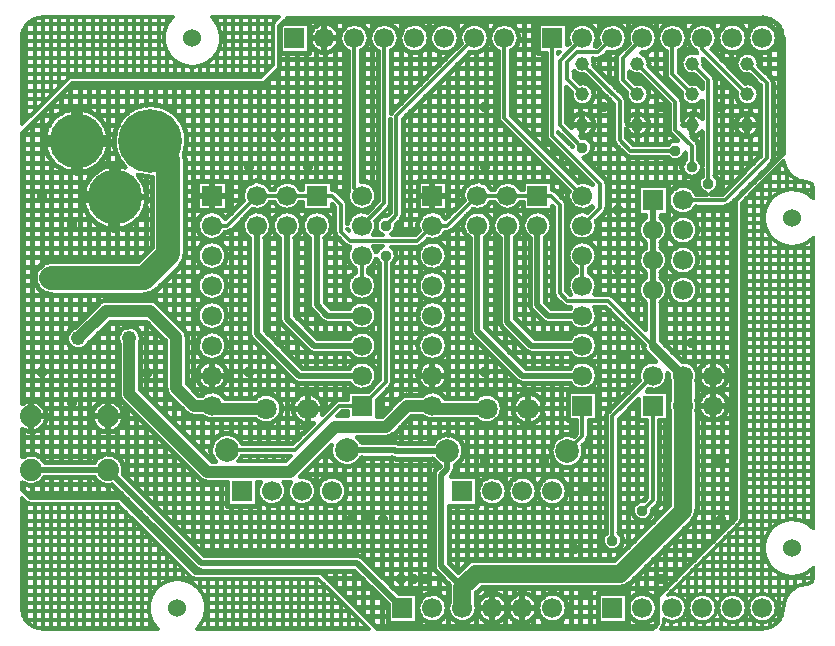
<source format=gtl>
%FSLAX44Y44*%
%MOMM*%
G71*
G01*
G75*
G04 Layer_Physical_Order=1*
G04 Layer_Color=255*
%ADD10C,0.4000*%
%ADD11C,0.3000*%
%ADD12C,0.5000*%
%ADD13C,0.8000*%
%ADD14C,1.0000*%
%ADD15C,2.0000*%
%ADD16C,1.5000*%
%ADD17C,1.7000*%
%ADD18R,1.7000X1.7000*%
%ADD19C,1.1600*%
%ADD20C,1.8000*%
%ADD21R,1.7000X1.7000*%
%ADD22C,1.8800*%
%ADD23C,2.0000*%
%ADD24C,4.6200*%
%ADD25C,5.3800*%
%ADD26C,1.2200*%
%ADD27C,1.5240*%
%ADD28C,0.9400*%
D10*
X8270Y131489D02*
G03*
X27478Y136100I7490J11111D01*
G01*
Y149100D02*
G03*
X8270Y153711I-11718J-6500D01*
G01*
X69042Y136100D02*
G03*
X84450Y129718I11718J6500D01*
G01*
X93642Y138910D02*
G03*
X94160Y142600I-12882J3690D01*
G01*
D02*
G03*
X69042Y149100I-13400J0D01*
G01*
X155258Y58910D02*
G03*
X159860Y57000I4602J4590D01*
G01*
X155264Y58904D02*
G03*
X159860Y57000I4596J4596D01*
G01*
X209718Y131970D02*
G03*
X232210Y124460I9992J-7510D01*
G01*
X158729Y134613D02*
G03*
X165100Y131970I6371J6357D01*
G01*
X158736Y134606D02*
G03*
X165100Y131970I6364J6364D01*
G01*
X194484Y164750D02*
G03*
X171128Y149970I-12874J-5500D01*
G01*
X232210Y124460D02*
G03*
X229702Y131970I-12500J0D01*
G01*
X8270Y176489D02*
G03*
X29160Y187600I7490J11111D01*
G01*
D02*
G03*
X8270Y198711I-13400J0D01*
G01*
X94160Y187600D02*
G03*
X94160Y187600I-13400J0D01*
G01*
X90060Y207010D02*
G03*
X92696Y200646I9000J0D01*
G01*
X90060Y207010D02*
G03*
X92703Y200639I9000J0D01*
G01*
X52757Y263405D02*
G03*
X65485Y250677I3123J-9605D01*
G01*
X129430Y212090D02*
G03*
X132066Y205726I9000J0D01*
G01*
X108060Y249216D02*
G03*
X109160Y253800I-9000J4584D01*
G01*
D02*
G03*
X90060Y249216I-10100J0D01*
G01*
X147299Y190493D02*
G03*
X153670Y187850I6371J6357D01*
G01*
X160235D02*
G03*
X173714Y185310I8675J9000D01*
G01*
X147306Y190486D02*
G03*
X153670Y187850I6364J6364D01*
G01*
X129430Y212090D02*
G03*
X132073Y205719I9000J0D01*
G01*
X179611Y203310D02*
G03*
X160235Y205850I-10701J-6460D01*
G01*
X205529Y185310D02*
G03*
X227910Y194310I9381J9000D01*
G01*
D02*
G03*
X205529Y203310I-13000J0D01*
G01*
X181410Y222250D02*
G03*
X181410Y222250I-12500J0D01*
G01*
X147430Y255270D02*
G03*
X144794Y261634I-9000J0D01*
G01*
X147430Y255270D02*
G03*
X144787Y261641I-9000J0D01*
G01*
X200510Y257810D02*
G03*
X202414Y253214I6500J0D01*
G01*
X200510Y257810D02*
G03*
X202420Y253208I6500J0D01*
G01*
X181410Y247650D02*
G03*
X181410Y247650I-12500J0D01*
G01*
Y273050D02*
G03*
X181410Y273050I-12500J0D01*
G01*
X296696Y68096D02*
G03*
X292100Y70000I-4596J-4596D01*
G01*
X296702Y68090D02*
G03*
X292100Y70000I-4602J-4590D01*
G01*
X235119Y131972D02*
G03*
X257610Y124460I9991J-7512D01*
G01*
D02*
G03*
X243573Y136865I-12500J0D01*
G01*
X283010Y124460D02*
G03*
X283010Y124460I-12500J0D01*
G01*
X269727Y163019D02*
G03*
X295610Y152750I13483J-3769D01*
G01*
Y165750D02*
G03*
X292094Y170070I-12400J-6500D01*
G01*
X368100Y25400D02*
G03*
X368100Y25400I-12500J0D01*
G01*
X369500Y30299D02*
G03*
X393500Y25400I11500J-4899D01*
G01*
X369696Y45292D02*
G03*
X369500Y43180I11304J-2112D01*
G01*
X369696Y45292D02*
G03*
X369500Y43180I11304J-2112D01*
G01*
X320886Y152750D02*
G03*
X324350Y151750I3464J5500D01*
G01*
X358624Y143026D02*
G03*
X356720Y138430I4596J-4596D01*
G01*
X320886Y152750D02*
G03*
X324350Y151750I3464J5500D01*
G01*
X316230Y170070D02*
G03*
X322594Y172706I0J9000D01*
G01*
X316230Y170070D02*
G03*
X322601Y172713I0J9000D01*
G01*
X326814Y164750D02*
G03*
X323350Y165750I-3464J-5500D01*
G01*
X326814Y164750D02*
G03*
X323350Y165750I-3464J-5500D01*
G01*
X356720Y60960D02*
G03*
X358630Y56358I6500J0D01*
G01*
X356720Y60960D02*
G03*
X358624Y56364I6500J0D01*
G01*
X355900Y151750D02*
G03*
X361571Y145973I12400J6500D01*
G01*
X382300Y158250D02*
G03*
X355900Y164750I-14000J0D01*
G01*
X358630Y143032D02*
G03*
X356720Y138430I4590J-4602D01*
G01*
X262143Y189911D02*
G03*
X262910Y194310I-12233J4399D01*
G01*
D02*
G03*
X254309Y182077I-13000J0D01*
G01*
X237974Y217654D02*
G03*
X242570Y215750I4596J4596D01*
G01*
X237968Y217660D02*
G03*
X242570Y215750I4602J4590D01*
G01*
X276860Y202350D02*
G03*
X272971Y200739I0J-5500D01*
G01*
X276860Y202350D02*
G03*
X272962Y200731I0J-5500D01*
G01*
X285233Y215750D02*
G03*
X304019Y212737I10677J6500D01*
G01*
X308410Y222250D02*
G03*
X285233Y228750I-12500J0D01*
G01*
X305423Y214141D02*
G03*
X308410Y222250I-9513J8109D01*
G01*
X250668Y243060D02*
G03*
X255270Y241150I4602J4590D01*
G01*
X250674Y243054D02*
G03*
X255270Y241150I4596J4596D01*
G01*
X285233D02*
G03*
X308410Y247650I10677J6500D01*
G01*
D02*
G03*
X285233Y254150I-12500J0D01*
G01*
Y266550D02*
G03*
X308410Y273050I10677J6500D01*
G01*
X334010Y205850D02*
G03*
X327639Y203207I0J-9000D01*
G01*
X334010Y205850D02*
G03*
X327646Y203214I0J-9000D01*
G01*
X346925Y187850D02*
G03*
X360404Y185310I8675J9000D01*
G01*
X366301Y203310D02*
G03*
X346925Y205850I-10701J-6460D01*
G01*
X368100Y222250D02*
G03*
X368100Y222250I-12500J0D01*
G01*
X320119Y213281D02*
G03*
X321730Y217170I-3889J3889D01*
G01*
X320111Y213272D02*
G03*
X321730Y217170I-3881J3898D01*
G01*
X368100Y247650D02*
G03*
X368100Y247650I-12500J0D01*
G01*
Y273050D02*
G03*
X368100Y273050I-12500J0D01*
G01*
X78940Y285860D02*
G03*
X72576Y283224I0J-9000D01*
G01*
X78940Y285860D02*
G03*
X72569Y283217I0J-9000D01*
G01*
X33020Y318800D02*
G03*
X33020Y290800I0J-14000D01*
G01*
X123211Y283217D02*
G03*
X116840Y285860I-6371J-6357D01*
G01*
X123204Y283224D02*
G03*
X116840Y285860I-6364J-6364D01*
G01*
X111760Y290800D02*
G03*
X121659Y294900I0J14000D01*
G01*
X181410Y298450D02*
G03*
X181410Y298450I-12500J0D01*
G01*
X111760Y290800D02*
G03*
X121659Y294900I0J14000D01*
G01*
X141980Y315221D02*
G03*
X146080Y325120I-9900J9900D01*
G01*
X141980Y315221D02*
G03*
X146080Y325120I-9900J9900D01*
G01*
X181410Y323850D02*
G03*
X181410Y323850I-12500J0D01*
G01*
X225910Y270510D02*
G03*
X227814Y265914I6500J0D01*
G01*
X225910Y270510D02*
G03*
X227820Y265908I6500J0D01*
G01*
X251310Y281940D02*
G03*
X253220Y277338I6500J0D01*
G01*
X251310Y281940D02*
G03*
X253214Y277344I6500J0D01*
G01*
X181610Y343750D02*
G03*
X185499Y345361I0J5500D01*
G01*
X181610Y343750D02*
G03*
X185508Y345369I0J5500D01*
G01*
X179860Y355278D02*
G03*
X180135Y343750I-10950J-6028D01*
G01*
X197497Y357359D02*
G03*
X200510Y338573I9513J-8109D01*
G01*
X213510D02*
G03*
X219510Y349250I-6500J10677D01*
G01*
X244910D02*
G03*
X225910Y338573I-12500J0D01*
G01*
X219510Y349250D02*
G03*
X198901Y358763I-12500J0D01*
G01*
X238910Y338573D02*
G03*
X244910Y349250I-6500J10677D01*
G01*
X95457Y398674D02*
G03*
X113940Y372980I-8617J-25694D01*
G01*
X81440Y420980D02*
G03*
X81440Y420980I-27100J0D01*
G01*
X147740D02*
G03*
X95457Y398674I-30900J0D01*
G01*
X113940Y372980D02*
G03*
X106159Y391985I-27100J0D01*
G01*
D02*
G03*
X118080Y390105I10681J28995D01*
G01*
X202962Y362824D02*
G03*
X218235Y369150I4048J11826D01*
G01*
X221185D02*
G03*
X243635Y369150I11225J5500D01*
G01*
X218235Y380150D02*
G03*
X195184Y370602I-11225J-5500D01*
G01*
X243635Y380150D02*
G03*
X221185Y380150I-11225J-5500D01*
G01*
X146080Y405740D02*
G03*
X145550Y409555I-14000J0D01*
G01*
X146080Y405740D02*
G03*
X145550Y409555I-14000J0D01*
G01*
D02*
G03*
X147740Y420980I-28710J11425D01*
G01*
X262098Y268460D02*
G03*
X266700Y266550I4602J4590D01*
G01*
X262104Y268454D02*
G03*
X266700Y266550I4596J4596D01*
G01*
X308410Y273050D02*
G03*
X285233Y279550I-12500J0D01*
G01*
X308410Y298450D02*
G03*
X301410Y309675I-12500J0D01*
G01*
X290410D02*
G03*
X308410Y298450I5500J-11225D01*
G01*
X285692Y331050D02*
G03*
X290410Y312625I10218J-7200D01*
G01*
X301410D02*
G03*
X308052Y320881I-5500J11225D01*
G01*
X264310Y338573D02*
G03*
X270310Y349250I-6500J10677D01*
G01*
X272630Y344170D02*
G03*
X274249Y340272I5500J0D01*
G01*
X272630Y344170D02*
G03*
X274241Y340281I5500J0D01*
G01*
X270310Y349250D02*
G03*
X251310Y338573I-12500J0D01*
G01*
X283630Y367030D02*
G03*
X282019Y370919I-5500J0D01*
G01*
X281852Y332669D02*
G03*
X285692Y331050I3898J3881D01*
G01*
X281861Y332661D02*
G03*
X285692Y331050I3889J3889D01*
G01*
X299958Y361076D02*
G03*
X283630Y351585I-4048J-11826D01*
G01*
X308052Y320881D02*
G03*
X310730Y317109I8178J2969D01*
G01*
X283630Y367030D02*
G03*
X282011Y370928I-5500J0D01*
G01*
X305423Y366541D02*
G03*
X308410Y374650I-9513J8109D01*
G01*
X324930Y323850D02*
G03*
X321114Y331050I-8700J0D01*
G01*
X321730Y317109D02*
G03*
X324930Y323850I-5500J6741D01*
G01*
X368100Y298450D02*
G03*
X368100Y298450I-12500J0D01*
G01*
Y323850D02*
G03*
X347491Y333363I-12500J0D01*
G01*
X346382Y332292D02*
G03*
X368100Y323850I9218J-8442D01*
G01*
X321114Y342050D02*
G03*
X324930Y349250I-4884J7200D01*
G01*
X342900Y331050D02*
G03*
X346382Y332292I0J5500D01*
G01*
X342900Y331050D02*
G03*
X346382Y332292I0J5500D01*
G01*
X324930Y349250D02*
G03*
X324886Y350127I-8700J0D01*
G01*
X329009Y354251D02*
G03*
X330620Y358140I-3889J3889D01*
G01*
X329001Y354242D02*
G03*
X330620Y358140I-3881J3898D01*
G01*
X351552Y337424D02*
G03*
X366825Y343750I4048J11826D01*
G01*
X368300D02*
G03*
X372189Y345361I0J5500D01*
G01*
X368300Y343750D02*
G03*
X372198Y345369I0J5500D01*
G01*
X366550Y355278D02*
G03*
X343774Y345202I-10950J-6028D01*
G01*
X274399Y378539D02*
G03*
X270510Y380150I-3889J-3889D01*
G01*
X274408Y378531D02*
G03*
X270510Y380150I-3898J-3881D01*
G01*
X284060Y381000D02*
G03*
X284319Y379331I5500J0D01*
G01*
D02*
G03*
X304019Y365137I11591J-4681D01*
G01*
X284060Y381000D02*
G03*
X284319Y379331I5500J0D01*
G01*
X308410Y374650D02*
G03*
X295060Y387121I-12500J0D01*
G01*
X276660Y508000D02*
G03*
X276660Y508000I-12500J0D01*
G01*
X302060D02*
G03*
X284060Y496775I-12500J0D01*
G01*
X295060D02*
G03*
X302060Y508000I-5500J11225D01*
G01*
X321231Y445849D02*
G03*
X320460Y444881I3889J-3889D01*
G01*
X321239Y445858D02*
G03*
X320460Y444881I3881J-3898D01*
G01*
Y496775D02*
G03*
X327460Y508000I-5500J11225D01*
G01*
D02*
G03*
X309460Y496775I-12500J0D01*
G01*
X352860Y508000D02*
G03*
X352860Y508000I-12500J0D01*
G01*
X378260D02*
G03*
X373869Y498487I-12500J0D01*
G01*
X393500Y25400D02*
G03*
X392500Y30299I-12500J0D01*
G01*
X392430Y66110D02*
G03*
X384291Y62734I0J-11500D01*
G01*
X392430Y66110D02*
G03*
X384298Y62742I0J-11500D01*
G01*
X418900Y25400D02*
G03*
X418900Y25400I-12500J0D01*
G01*
X444300D02*
G03*
X444300Y25400I-12500J0D01*
G01*
X372890Y138908D02*
G03*
X374800Y143510I-4590J4602D01*
G01*
X372896Y138914D02*
G03*
X374800Y143510I-4596J4596D01*
G01*
Y145850D02*
G03*
X382300Y158250I-6500J12400D01*
G01*
X418900Y124460D02*
G03*
X418900Y124460I-12500J0D01*
G01*
X444300D02*
G03*
X444300Y124460I-12500J0D01*
G01*
X414600Y194310D02*
G03*
X392219Y203310I-13000J0D01*
G01*
Y185310D02*
G03*
X414600Y194310I9381J9000D01*
G01*
X469700Y25400D02*
G03*
X469700Y25400I-12500J0D01*
G01*
X449600Y194310D02*
G03*
X449600Y194310I-13000J0D01*
G01*
X469700Y124460D02*
G03*
X469700Y124460I-12500J0D01*
G01*
X475115Y171243D02*
G03*
X483900Y158250I-5214J-12993D01*
G01*
D02*
G03*
X482893Y163465I-14000J0D01*
G01*
X486481Y167052D02*
G03*
X488100Y170950I-3881J3898D01*
G01*
X486489Y167061D02*
G03*
X488100Y170950I-3889J3889D01*
G01*
X427198Y217660D02*
G03*
X431800Y215750I4602J4590D01*
G01*
X427204Y217654D02*
G03*
X431800Y215750I4596J4596D01*
G01*
X387200Y260350D02*
G03*
X389104Y255754I6500J0D01*
G01*
X387200Y260350D02*
G03*
X389110Y255748I6500J0D01*
G01*
X434818Y243060D02*
G03*
X439420Y241150I4602J4590D01*
G01*
X434824Y243054D02*
G03*
X439420Y241150I4596J4596D01*
G01*
X412600Y267970D02*
G03*
X414510Y263368I6500J0D01*
G01*
X412600Y267970D02*
G03*
X414504Y263374I6500J0D01*
G01*
X438000Y281940D02*
G03*
X439904Y277344I6500J0D01*
G01*
X438000Y281940D02*
G03*
X439910Y277338I6500J0D01*
G01*
X448788Y268460D02*
G03*
X453390Y266550I4602J4590D01*
G01*
X448794Y268454D02*
G03*
X453390Y266550I4596J4596D01*
G01*
X471923Y215750D02*
G03*
X495100Y222250I10677J6500D01*
G01*
X471923Y241150D02*
G03*
X495100Y247650I10677J6500D01*
G01*
Y222250D02*
G03*
X471923Y228750I-12500J0D01*
G01*
Y266550D02*
G03*
X495100Y273050I10677J6500D01*
G01*
Y247650D02*
G03*
X471923Y254150I-12500J0D01*
G01*
X472382Y280250D02*
G03*
X471923Y279550I10218J-7200D01*
G01*
X495100Y273050D02*
G03*
X492818Y280250I-12500J0D01*
G01*
X458050Y292100D02*
G03*
X459669Y288202I5500J0D01*
G01*
X466002Y281869D02*
G03*
X469900Y280250I3898J3881D01*
G01*
X466011Y281861D02*
G03*
X469900Y280250I3889J3889D01*
G01*
X458050Y292100D02*
G03*
X459661Y288211I5500J0D01*
G01*
X477100Y309675D02*
G03*
X472382Y291250I5500J-11225D01*
G01*
X495100Y298450D02*
G03*
X488100Y309675I-12500J0D01*
G01*
X492818Y291250D02*
G03*
X495100Y298450I-10218J7200D01*
G01*
Y323850D02*
G03*
X477100Y312625I-12500J0D01*
G01*
X488100D02*
G03*
X495100Y323850I-5500J11225D01*
G01*
X502500Y89291D02*
G03*
X516700Y82550I5500J-6741D01*
G01*
D02*
G03*
X513500Y89291I-8700J0D01*
G01*
X514350Y43110D02*
G03*
X522482Y46478I0J11500D01*
G01*
X514350Y43110D02*
G03*
X522489Y46486I0J11500D01*
G01*
X545850Y26518D02*
G03*
X545850Y24281I-12450J-1119D01*
G01*
X504111Y191849D02*
G03*
X502500Y187960I3889J-3889D01*
G01*
X504119Y191858D02*
G03*
X502500Y187960I3881J-3898D01*
G01*
X534277Y116606D02*
G03*
X542100Y107950I-878J-8656D01*
G01*
D02*
G03*
X542056Y108827I-8700J0D01*
G01*
X575814Y99811D02*
G03*
X579190Y107950I-8124J8139D01*
G01*
X575822Y99818D02*
G03*
X579190Y107950I-8132J8132D01*
G01*
X546179Y112951D02*
G03*
X547790Y116840I-3889J3889D01*
G01*
X546171Y112942D02*
G03*
X547790Y116840I-3881J3898D01*
G01*
X579190Y191951D02*
G03*
X580190Y196850I-11500J4899D01*
G01*
X543993Y234634D02*
G03*
X530464Y218202I-1703J-12384D01*
G01*
X538242Y210424D02*
G03*
X554790Y222250I4048J11826D01*
G01*
X534293Y247869D02*
G03*
X536633Y241993I7997J-219D01*
G01*
X508088Y289631D02*
G03*
X504190Y291250I-3898J-3881D01*
G01*
X508079Y289639D02*
G03*
X504190Y291250I-3889J-3889D01*
G01*
X535790Y330717D02*
G03*
X535790Y309363I6500J-10677D01*
G01*
Y305317D02*
G03*
X535790Y283963I6500J-10677D01*
G01*
X548790D02*
G03*
X554790Y294640I-6500J10677D01*
G01*
D02*
G03*
X548790Y305317I-12500J0D01*
G01*
X554790Y320040D02*
G03*
X548790Y330717I-12500J0D01*
G01*
Y309363D02*
G03*
X554790Y320040I-6500J10677D01*
G01*
X556190Y201749D02*
G03*
X556190Y191951I11500J-4899D01*
G01*
X580190Y196850D02*
G03*
X579190Y201749I-12500J0D01*
G01*
X555242Y223385D02*
G03*
X556190Y217351I12448J-1135D01*
G01*
X554790Y222250D02*
G03*
X554674Y223953I-12500J0D01*
G01*
X579190Y217351D02*
G03*
X580190Y222250I-11500J4899D01*
G01*
D02*
G03*
X566555Y234698I-12500J0D01*
G01*
X605590Y196850D02*
G03*
X605590Y196850I-12500J0D01*
G01*
Y222250D02*
G03*
X605590Y222250I-12500J0D01*
G01*
X580190Y294640D02*
G03*
X580190Y294640I-12500J0D01*
G01*
Y320040D02*
G03*
X580190Y320040I-12500J0D01*
G01*
X384187Y357359D02*
G03*
X387200Y338573I9513J-8109D01*
G01*
X400200D02*
G03*
X406200Y349250I-6500J10677D01*
G01*
D02*
G03*
X385591Y358763I-12500J0D01*
G01*
X389652Y362824D02*
G03*
X404925Y369150I4048J11826D01*
G01*
X407875D02*
G03*
X430325Y369150I11225J5500D01*
G01*
X425600Y338573D02*
G03*
X431600Y349250I-6500J10677D01*
G01*
X451000Y338573D02*
G03*
X457000Y349250I-6500J10677D01*
G01*
X431600D02*
G03*
X412600Y338573I-12500J0D01*
G01*
X457000Y349250D02*
G03*
X438000Y338573I-12500J0D01*
G01*
X404925Y380150D02*
G03*
X381874Y370602I-11225J-5500D01*
G01*
X430325Y380150D02*
G03*
X407875Y380150I-11225J-5500D01*
G01*
X459819Y378539D02*
G03*
X457000Y380045I-3889J-3889D01*
G01*
X459828Y378531D02*
G03*
X457000Y380045I-3898J-3881D01*
G01*
X451700Y425450D02*
G03*
X453311Y421561I5500J0D01*
G01*
X451700Y425450D02*
G03*
X453319Y421552I5500J0D01*
G01*
X469050Y367030D02*
G03*
X467439Y370919I-5500J0D01*
G01*
X469050Y367030D02*
G03*
X467431Y370928I-5500J0D01*
G01*
X486648Y361076D02*
G03*
X495100Y349250I-4048J-11826D01*
G01*
D02*
G03*
X494426Y353298I-12500J0D01*
G01*
X501721Y360592D02*
G03*
X503340Y364490I-3881J3898D01*
G01*
X501729Y360601D02*
G03*
X503340Y364490I-3889J3889D01*
G01*
X490709Y384163D02*
G03*
X478552Y386476I-8109J-9513D01*
G01*
X470774Y378698D02*
G03*
X490709Y365137I11826J-4048D01*
G01*
X503340Y384810D02*
G03*
X501721Y388708I-5500J0D01*
G01*
X503340Y384810D02*
G03*
X501729Y388699I-5500J0D01*
G01*
X483760Y406668D02*
G03*
X491300Y415290I-1160J8622D01*
G01*
X480996Y424672D02*
G03*
X492400Y434340I1604J9668D01*
G01*
X491300Y415290D02*
G03*
X481722Y423946I-8700J0D01*
G01*
X508850Y421640D02*
G03*
X510469Y417742I5500J0D01*
G01*
X508850Y421640D02*
G03*
X510461Y417751I5500J0D01*
G01*
X519351Y408861D02*
G03*
X523240Y407250I3889J3889D01*
G01*
X519342Y408869D02*
G03*
X523240Y407250I3898J3881D01*
G01*
X411060Y440690D02*
G03*
X412671Y436801I5500J0D01*
G01*
X411060Y440690D02*
G03*
X412679Y436792I5500J0D01*
G01*
X492400Y434340D02*
G03*
X472932Y432736I-9800J0D01*
G01*
X472976Y462186D02*
G03*
X492400Y460340I9625J-1846D01*
G01*
X375273Y499891D02*
G03*
X378260Y508000I-9513J8109D01*
G01*
X387112Y496174D02*
G03*
X403660Y508000I4048J11826D01*
G01*
X422060Y496775D02*
G03*
X429060Y508000I-5500J11225D01*
G01*
X403660D02*
G03*
X379334Y503952I-12500J0D01*
G01*
X429060Y508000D02*
G03*
X411060Y496775I-12500J0D01*
G01*
X495100Y508000D02*
G03*
X470774Y503952I-12500J0D01*
G01*
X492400Y460340D02*
G03*
X480754Y469964I-9800J0D01*
G01*
X519850Y454590D02*
G03*
X518239Y458479I-5500J0D01*
G01*
X519850Y454590D02*
G03*
X518231Y458488I-5500J0D01*
G01*
X511390Y472617D02*
G03*
X513001Y468728I5500J0D01*
G01*
X511390Y472617D02*
G03*
X513009Y468719I5500J0D01*
G01*
X475400Y479692D02*
G03*
X484446Y476716I7200J6648D01*
G01*
X492400Y486340D02*
G03*
X491473Y490500I-9800J0D01*
G01*
X492225Y484494D02*
G03*
X492400Y486340I-9625J1846D01*
G01*
X496000Y490500D02*
G03*
X499889Y492111I0J5500D01*
G01*
X496000Y490500D02*
G03*
X499898Y492119I0J5500D01*
G01*
X493277Y501500D02*
G03*
X495100Y508000I-10677J6500D01*
G01*
X503952Y496174D02*
G03*
X516109Y498487I4048J11826D01*
G01*
X513001Y495379D02*
G03*
X511390Y491490I3889J-3889D01*
G01*
X513009Y495388D02*
G03*
X511390Y491490I3881J-3898D01*
G01*
X517513Y499891D02*
G03*
X520500Y508000I-9513J8109D01*
G01*
D02*
G03*
X496174Y503952I-12500J0D01*
G01*
X535790Y356117D02*
G03*
X535790Y334763I6500J-10677D01*
G01*
X554790Y345440D02*
G03*
X548790Y356117I-12500J0D01*
G01*
Y334763D02*
G03*
X554790Y345440I-6500J10677D01*
G01*
X580190D02*
G03*
X580190Y345440I-12500J0D01*
G01*
X578915Y376340D02*
G03*
X578915Y365340I-11225J-5500D01*
G01*
X569810Y405521D02*
G03*
X583780Y396793I5500J-6741D01*
G01*
X562758Y421334D02*
G03*
X554599Y418250I-1418J-8584D01*
G01*
X555840Y430530D02*
G03*
X557459Y426632I5500J0D01*
G01*
X519850Y431300D02*
G03*
X538967Y434340I9317J3040D01*
G01*
D02*
G03*
X519850Y437380I-9800J0D01*
G01*
X555840Y430530D02*
G03*
X557451Y426641I5500J0D01*
G01*
X554599Y407250D02*
G03*
X569810Y410763I6741J5500D01*
G01*
X583780Y439934D02*
G03*
X566840Y438457I-8047J-5594D01*
G01*
X575087Y424561D02*
G03*
X583780Y428746I646J9779D01*
G01*
X603250Y365340D02*
G03*
X607139Y366951I0J5500D01*
G01*
X603250Y365340D02*
G03*
X607148Y366959I0J5500D01*
G01*
X583780Y391551D02*
G03*
X587293Y376340I5500J-6741D01*
G01*
X583780Y400767D02*
G03*
X580810Y405521I-8470J-1987D01*
G01*
X597980Y384810D02*
G03*
X594780Y391551I-8700J0D01*
G01*
X591267Y376340D02*
G03*
X597980Y384810I-1987J8470D01*
G01*
X580810Y416560D02*
G03*
X579199Y420449I-5500J0D01*
G01*
X580810Y416560D02*
G03*
X579191Y420458I-5500J0D01*
G01*
X642691Y402502D02*
G03*
X644310Y406400I-3881J3898D01*
G01*
X642699Y402511D02*
G03*
X644310Y406400I-3889J3889D01*
G01*
X632100Y434340D02*
G03*
X632100Y434340I-9800J0D01*
G01*
X519542Y462186D02*
G03*
X538967Y460340I9625J-1846D01*
G01*
D02*
G03*
X527320Y469964I-9800J0D01*
G01*
X553300Y477273D02*
G03*
X554919Y473376I5500J0D01*
G01*
X553300Y477273D02*
G03*
X554911Y473384I5500J0D01*
G01*
X566840Y454167D02*
G03*
X565229Y458056I-5500J0D01*
G01*
X566109Y462186D02*
G03*
X583780Y454746I9625J-1846D01*
G01*
X566840Y454167D02*
G03*
X565221Y458064I-5500J0D01*
G01*
X583780Y465934D02*
G03*
X573887Y469964I-8047J-5594D01*
G01*
X522390Y479261D02*
G03*
X531013Y476716I6777J7079D01*
G01*
X538967Y486340D02*
G03*
X532578Y495527I-9800J0D01*
G01*
X538791Y484494D02*
G03*
X538967Y486340I-9625J1846D01*
G01*
X545900Y508000D02*
G03*
X521574Y503952I-12500J0D01*
G01*
X532578Y495527D02*
G03*
X545900Y508000I822J12473D01*
G01*
X579676Y495312D02*
G03*
X577580Y476716I-3943J-8972D01*
G01*
X579006Y496630D02*
G03*
X579676Y495312I5194J1810D01*
G01*
X579006Y496630D02*
G03*
X579676Y495312I5194J1810D01*
G01*
X571300Y508000D02*
G03*
X553300Y496775I-12500J0D01*
G01*
X564300D02*
G03*
X571300Y508000I-5500J11225D01*
G01*
X596700D02*
G03*
X579006Y496630I-12500J0D01*
G01*
X632100Y460340D02*
G03*
X620454Y469964I-9800J0D01*
G01*
X594780Y472793D02*
G03*
X593161Y476691I-5500J0D01*
G01*
X594780Y472793D02*
G03*
X593169Y476682I-5500J0D01*
G01*
X632100Y486340D02*
G03*
X624146Y476716I-9800J0D01*
G01*
X612676Y462186D02*
G03*
X632100Y460340I9625J-1846D01*
G01*
X644310Y469830D02*
G03*
X642699Y473719I-5500J0D01*
G01*
X644310Y469830D02*
G03*
X642691Y473728I-5500J0D01*
G01*
X585533Y486340D02*
G03*
X584798Y490063I-9800J0D01*
G01*
X585358Y484494D02*
G03*
X585533Y486340I-9625J1846D01*
G01*
X592103Y498315D02*
G03*
X596700Y508000I-7903J9685D01*
G01*
X631925Y484494D02*
G03*
X632100Y486340I-9625J1846D01*
G01*
X622100Y508000D02*
G03*
X622100Y508000I-12500J0D01*
G01*
X647500D02*
G03*
X647500Y508000I-12500J0D01*
G01*
X652130D02*
G03*
X635000Y525130I-17130J0D01*
G01*
X8270Y125990D02*
X14990Y119270D01*
X91190D01*
X80761D02*
Y129200D01*
X11769Y122491D02*
X91677D01*
X96761Y113699D02*
Y117406D01*
X104761Y105699D02*
Y109406D01*
X88761Y119270D02*
Y125407D01*
X95969Y114490D02*
X99677D01*
X32761Y119270D02*
Y136100D01*
X40761Y119270D02*
Y136100D01*
X16761Y119270D02*
Y129237D01*
X24761Y119270D02*
Y132673D01*
X64761Y119270D02*
Y136100D01*
X72761Y119270D02*
Y131849D01*
X48761Y119270D02*
Y136100D01*
X56761Y119270D02*
Y136100D01*
X120761Y89699D02*
Y93406D01*
X119969Y90490D02*
X123677D01*
X112761Y97699D02*
Y101406D01*
X111969Y98490D02*
X115677D01*
X136761Y73699D02*
Y77406D01*
X135969Y74490D02*
X139677D01*
X128761Y81699D02*
Y85406D01*
X127969Y82490D02*
X131677D01*
X91190Y119270D02*
X154690Y55770D01*
X84450Y129718D02*
X155258Y58910D01*
X103969Y106490D02*
X107677D01*
X93642Y138910D02*
X162552Y70000D01*
X120761Y111791D02*
Y172581D01*
X128761Y103791D02*
Y164581D01*
X112761Y119791D02*
Y180581D01*
X118062Y114490D02*
X181810D01*
X8270Y125990D02*
Y131489D01*
Y154490D02*
X9581D01*
X8270Y130491D02*
X10022D01*
X8761Y125499D02*
Y131173D01*
X27478Y136100D02*
X69042D01*
X27478Y149100D02*
X69042D01*
X21939Y154490D02*
X74581D01*
X8270Y153711D02*
Y176489D01*
X8761Y154027D02*
Y176173D01*
X16761Y155963D02*
Y174237D01*
X24761Y152527D02*
Y177673D01*
X72761Y153351D02*
Y176849D01*
X29114Y186491D02*
X67406D01*
X25587Y178491D02*
X70933D01*
X21498Y130491D02*
X75022D01*
X86939Y154490D02*
X138852D01*
X93583Y146490D02*
X146852D01*
X102062Y130491D02*
X181810D01*
X110062Y122491D02*
X181810D01*
X94062Y138490D02*
X154852D01*
X80761Y156000D02*
Y174200D01*
X8270Y170490D02*
X122852D01*
X8270Y162491D02*
X130852D01*
X88761Y153349D02*
Y176851D01*
X90587Y178491D02*
X114852D01*
X94114Y186491D02*
X106852D01*
X132307D02*
X161915D01*
X152761Y57699D02*
Y61406D01*
X143969Y66490D02*
X147677D01*
X151969Y58490D02*
X155718D01*
X168761Y55770D02*
Y57000D01*
X176761Y55770D02*
Y57000D01*
X160761Y55770D02*
Y57000D01*
X144761Y65699D02*
Y69406D01*
X152761Y79791D02*
Y140581D01*
X136761Y95791D02*
Y156581D01*
X144761Y87791D02*
Y148581D01*
X168761Y70000D02*
Y131970D01*
X176761Y70000D02*
Y131970D01*
X160761Y71791D02*
Y133085D01*
X181810Y111960D02*
Y131970D01*
X184761Y55770D02*
Y57000D01*
X192761Y55770D02*
Y57000D01*
X200761Y70000D02*
Y111960D01*
Y55770D02*
Y57000D01*
X224761Y55770D02*
Y57000D01*
X232761Y55770D02*
Y57000D01*
X208761Y55770D02*
Y57000D01*
X216761Y55770D02*
Y57000D01*
X184761Y70000D02*
Y111960D01*
X192761Y70000D02*
Y111960D01*
X206810D02*
Y131970D01*
X224761Y70000D02*
Y113026D01*
X232761Y70000D02*
Y122521D01*
X208761Y70000D02*
Y118429D01*
X216761Y70000D02*
Y112313D01*
X156307Y162491D02*
X167990D01*
X148307Y170490D02*
X173264D01*
X168828Y149970D02*
X171128D01*
X165100Y131970D02*
X181810D01*
X164307Y154490D02*
X168444D01*
X168761Y150037D02*
Y153690D01*
X160761Y158037D02*
Y187371D01*
X168761Y164810D02*
Y184351D01*
X173714Y185310D02*
X205529D01*
X192761Y167715D02*
Y185310D01*
X200761Y164750D02*
Y185310D01*
X176761Y172384D02*
Y185310D01*
X184761Y172891D02*
Y185310D01*
X181810Y111960D02*
X206810D01*
Y114490D02*
X212169D01*
X206810Y130491D02*
X208761D01*
X206810Y131970D02*
X209718D01*
X227250Y114490D02*
X237570D01*
X208761Y130491D02*
Y131970D01*
X230659Y130491D02*
X234161D01*
X216761Y164750D02*
Y181443D01*
X224761Y164750D02*
Y185828D01*
X208761Y164750D02*
Y182856D01*
X194484Y164750D02*
X236982D01*
X232761Y126399D02*
Y131970D01*
X229702D02*
X234950D01*
X225295Y186491D02*
X239525D01*
X240761Y168529D02*
Y185074D01*
X48761Y149100D02*
Y246635D01*
X56761Y149100D02*
Y243738D01*
X27253Y194491D02*
X69267D01*
X8270Y198711D02*
Y427510D01*
X24761Y197527D02*
Y293496D01*
X8761Y199027D02*
Y428001D01*
X16761Y200963D02*
Y436001D01*
X32761Y149100D02*
Y290802D01*
X40761Y149100D02*
Y290800D01*
X64761Y149100D02*
Y248990D01*
X72761Y198351D02*
Y257953D01*
X96761Y135791D02*
Y196581D01*
X104761Y127791D02*
Y188581D01*
X92253Y194491D02*
X98851D01*
X124307D02*
X143301D01*
X88761Y198349D02*
Y267860D01*
X92703Y200639D02*
X158729Y134613D01*
X108060Y210738D02*
X168828Y149970D01*
X120761Y198037D02*
Y260211D01*
X128761Y190037D02*
Y252211D01*
X8270Y210491D02*
X90060D01*
X8270Y202491D02*
X91277D01*
X8270Y226491D02*
X90060D01*
X8270Y218491D02*
X90060D01*
X8270Y234491D02*
X90060D01*
Y207010D02*
Y249216D01*
X65422Y250491D02*
X89518D01*
X8270Y242491D02*
X90060D01*
X8270Y250491D02*
X46338D01*
X8270Y258491D02*
X46935D01*
X48761Y260965D02*
Y290800D01*
X80761Y201000D02*
Y265953D01*
X65485Y250677D02*
X82668Y267860D01*
X73299Y258491D02*
X90115D01*
X104761Y262137D02*
Y267860D01*
X108060Y210738D02*
Y249216D01*
Y218491D02*
X129430D01*
X108060Y234491D02*
X129430D01*
X108060Y226491D02*
X129430D01*
X116307Y202491D02*
X135302D01*
X108060Y242491D02*
X129430D01*
X108307Y210491D02*
X129573D01*
X108005Y258491D02*
X122481D01*
X108602Y250491D02*
X129430D01*
X112761Y206037D02*
Y267860D01*
X129430Y212090D02*
Y251542D01*
X113112Y267860D02*
X129430Y251542D01*
X123211Y283217D02*
X144787Y261641D01*
X136761Y182037D02*
Y201031D01*
X144761Y174037D02*
Y193031D01*
X132073Y205719D02*
X147299Y190493D01*
X152761Y166037D02*
Y187896D01*
X153670Y187850D02*
X160235D01*
X147430Y215818D02*
X157398Y205850D01*
X147430Y215818D02*
Y255270D01*
X152757Y210491D02*
X164671D01*
X157398Y205850D02*
X160235D01*
X160761Y206329D02*
Y212771D01*
X152761Y210487D02*
Y469790D01*
X176761Y206577D02*
Y212523D01*
X179611Y203310D02*
X205529D01*
X232761Y164750D02*
Y222866D01*
X227909Y194491D02*
X236911D01*
X225013Y202491D02*
X239807D01*
X192761Y203310D02*
Y352623D01*
X200761Y203310D02*
Y256020D01*
X184761Y203310D02*
Y344742D01*
X208761Y205764D02*
Y246866D01*
X224761Y202792D02*
Y230866D01*
X216761Y207178D02*
Y238866D01*
X202420Y253208D02*
X237968Y217660D01*
X147430Y218491D02*
X156989D01*
X147430Y226491D02*
X157151D01*
X147430Y234491D02*
X166377D01*
X160761Y231729D02*
Y238171D01*
X176761Y231977D02*
Y237923D01*
X144761Y261667D02*
Y319188D01*
X146834Y258491D02*
X162687D01*
X147430Y250491D02*
X156737D01*
X147430Y242491D02*
X157524D01*
X160761Y257129D02*
Y263571D01*
X176761Y257377D02*
Y263323D01*
X171443Y234491D02*
X221137D01*
X180669Y226491D02*
X229137D01*
X175133Y258491D02*
X200510D01*
X180296Y242491D02*
X213137D01*
X181083Y250491D02*
X205137D01*
X180831Y218491D02*
X237137D01*
X200510Y257810D02*
Y338573D01*
X213510Y260502D02*
Y338573D01*
X224761Y249251D02*
Y339363D01*
X232761Y241251D02*
Y260966D01*
X216761Y257251D02*
Y341429D01*
X215522Y258491D02*
X235237D01*
X240761Y55770D02*
Y57000D01*
X154690Y55770D02*
X261370D01*
X248761D02*
Y57000D01*
X159860D02*
X289408D01*
X272761Y44378D02*
Y57000D01*
X280761Y36378D02*
Y57000D01*
X256761Y55770D02*
Y57000D01*
X264761Y52379D02*
Y57000D01*
X256761Y70000D02*
Y119933D01*
X264761Y70000D02*
Y113360D01*
X240761Y70000D02*
Y112741D01*
X248761Y70000D02*
Y112505D01*
X272761Y70000D02*
Y112164D01*
X288761Y28378D02*
Y57000D01*
X280761Y70000D02*
Y117308D01*
X288761Y70000D02*
Y146398D01*
X261370Y55770D02*
X308870Y8270D01*
X282649Y34490D02*
X311917D01*
X266649Y50490D02*
X295917D01*
X274650Y42490D02*
X303917D01*
X304761Y12378D02*
Y41646D01*
X298650Y18490D02*
X317700D01*
X296761Y20378D02*
Y49646D01*
X290650Y26490D02*
X317700D01*
X289408Y57000D02*
X317700Y28708D01*
X162552Y70000D02*
X292100D01*
X158062Y74490D02*
X356720D01*
X296702Y68090D02*
X326892Y37900D01*
X298302Y66490D02*
X356720D01*
X296761Y68031D02*
Y152750D01*
X252651Y114490D02*
X262969D01*
X248761Y136415D02*
Y142053D01*
X256059Y130491D02*
X259561D01*
X253198Y146490D02*
X277448D01*
X280761Y131613D02*
Y145466D01*
X189956Y170490D02*
X242722D01*
X243573Y136865D02*
X269727Y163019D01*
X248761Y176530D02*
Y181361D01*
X140307Y178491D02*
X250722D01*
X256761Y128987D02*
Y150054D01*
X264761Y135560D02*
Y158054D01*
X261198Y154490D02*
X270044D01*
X272761Y136756D02*
Y149932D01*
X142062Y90490D02*
X356720D01*
X150062Y82490D02*
X356720D01*
X126062Y106490D02*
X356720D01*
X134062Y98490D02*
X356720D01*
X282854Y122491D02*
X356720D01*
X278050Y114490D02*
X356720D01*
X281459Y130491D02*
X356720D01*
X245198Y138490D02*
X356720D01*
X288972Y146490D02*
X360703D01*
X292094Y170070D02*
X316230D01*
X295610Y152750D02*
X320886D01*
X295610Y165750D02*
X323350D01*
X296761D02*
Y170070D01*
X304761Y165750D02*
Y170070D01*
X320761Y8270D02*
Y12900D01*
X328761Y8270D02*
Y12900D01*
X317700D02*
Y28708D01*
Y12900D02*
X342700D01*
X336762Y8270D02*
Y12900D01*
X344762Y8270D02*
Y19173D01*
X342700Y18490D02*
X345183D01*
X352761Y8270D02*
Y13226D01*
X312761Y8270D02*
Y33646D01*
X326892Y37900D02*
X342700D01*
X320761Y44031D02*
Y152750D01*
X328761Y37900D02*
Y151750D01*
X342700Y12900D02*
Y37900D01*
X344762Y31627D02*
Y151750D01*
X336762Y37900D02*
Y151750D01*
X342700Y34490D02*
X347020D01*
X360761Y8270D02*
Y14015D01*
X308870Y8270D02*
X541530D01*
X306649Y10490D02*
X543750D01*
X368761Y8270D02*
Y22857D01*
X364180Y34490D02*
X369500D01*
X366017Y18490D02*
X370583D01*
X352761Y37573D02*
Y151750D01*
X360761Y36785D02*
Y54226D01*
X322302Y42490D02*
X369500D01*
X358630Y56358D02*
X369696Y45292D01*
X368761Y27943D02*
Y46226D01*
X369500Y30299D02*
Y43180D01*
X312761Y52031D02*
Y152750D01*
X306302Y58490D02*
X357207D01*
X304761Y60031D02*
Y152750D01*
X356720Y60960D02*
Y138430D01*
X324350Y151750D02*
X355900D01*
X312761Y165750D02*
Y170070D01*
X320761Y165750D02*
Y171294D01*
X328761Y164750D02*
Y178874D01*
X326814Y164750D02*
X355900D01*
X314302Y50490D02*
X364497D01*
X369720Y66490D02*
X509967D01*
X369720Y82490D02*
X499300D01*
X369720Y90490D02*
X502500D01*
X369720Y106490D02*
X502500D01*
X369720Y98490D02*
X502500D01*
X318949Y170490D02*
X361505D01*
X328378Y178491D02*
X477100D01*
X369720Y111960D02*
X393500D01*
X360761Y145164D02*
Y146453D01*
X358630Y143032D02*
X361571Y145973D01*
X236982Y164750D02*
X254309Y182077D01*
X262143Y189911D02*
X272962Y200731D01*
X262909Y194491D02*
X266722D01*
X240761Y203546D02*
Y216007D01*
X264761Y192530D02*
Y215750D01*
X272761Y200529D02*
Y215750D01*
X248761Y207259D02*
Y215750D01*
X256761Y205358D02*
Y215750D01*
X260013Y202491D02*
X283410D01*
X173149Y210491D02*
X291671D01*
X276860Y202350D02*
X283410D01*
Y209350D01*
X300632D01*
X300149Y210491D02*
X301772D01*
X280761Y202350D02*
Y215750D01*
X242570D02*
X285233D01*
X288761Y209350D02*
Y211996D01*
X300632Y209350D02*
X304019Y212737D01*
X305423Y214141D02*
X310730Y219448D01*
X248761Y228750D02*
Y244966D01*
X223522Y250491D02*
X243237D01*
X231522Y242491D02*
X251316D01*
X264761Y228750D02*
Y241150D01*
X272761Y228750D02*
Y241150D01*
X256761Y228750D02*
Y241150D01*
X240761Y233251D02*
Y252966D01*
X213510Y260502D02*
X245262Y228750D01*
X227820Y265908D02*
X250668Y243060D01*
X238910Y273202D02*
X257962Y254150D01*
X264761D02*
Y266846D01*
X272761Y254150D02*
Y266550D01*
X248761Y263351D02*
Y340626D01*
X256761Y255351D02*
Y273796D01*
X280761Y228750D02*
Y241150D01*
X245262Y228750D02*
X285233D01*
X255270Y241150D02*
X285233D01*
X239522Y234491D02*
X293377D01*
X288761Y232504D02*
Y237396D01*
X304761Y231076D02*
Y238824D01*
X298443Y234491D02*
X310730D01*
X280761Y254150D02*
Y266550D01*
X257962Y254150D02*
X285233D01*
X253622Y258491D02*
X289687D01*
X288761Y257904D02*
Y262796D01*
X304761Y256476D02*
Y264224D01*
X302133Y258491D02*
X310730D01*
X308410Y188070D02*
Y201572D01*
Y188070D02*
X312502D01*
X308410Y194491D02*
X318923D01*
X309329Y202491D02*
X326923D01*
X336762Y164750D02*
Y186874D01*
X344762Y164750D02*
Y187850D01*
X312502Y188070D02*
X327639Y203207D01*
X322601Y172713D02*
X337738Y187850D01*
X312761Y188329D02*
Y205923D01*
X320761Y196329D02*
Y214053D01*
X308410Y201572D02*
X320111Y213272D01*
X328761Y204161D02*
Y331050D01*
X336762Y205850D02*
Y331050D01*
X344762Y205850D02*
Y216023D01*
X352761Y164750D02*
Y184676D01*
X337738Y187850D02*
X346925D01*
X336378Y186491D02*
X348605D01*
X360761Y170047D02*
Y185310D01*
X368761Y172242D02*
Y185310D01*
X366301Y203310D02*
X392219D01*
X360404Y185310D02*
X392219D01*
X334010Y205850D02*
X346925D01*
X317329Y210491D02*
X351361D01*
X360761Y208235D02*
Y210865D01*
X368761Y203310D02*
Y343769D01*
X352761Y209023D02*
Y210077D01*
X359839Y210491D02*
X478361D01*
X307831Y218491D02*
X309772D01*
X307669Y226491D02*
X310730D01*
X321730Y218491D02*
X343679D01*
X321730Y226491D02*
X343841D01*
X344762Y228477D02*
Y241423D01*
X352761Y234424D02*
Y235476D01*
X307295Y242491D02*
X310730D01*
Y219448D02*
Y317109D01*
X308083Y250491D02*
X310730D01*
X321730Y242491D02*
X344214D01*
X321730Y217170D02*
Y317109D01*
Y250491D02*
X343427D01*
X344762Y253877D02*
Y266823D01*
X321730Y258491D02*
X349377D01*
X321730Y234491D02*
X353067D01*
X367521Y218491D02*
X426367D01*
X358133Y234491D02*
X410367D01*
X367359Y226491D02*
X418367D01*
X360761Y233635D02*
Y236265D01*
X352761Y259823D02*
Y260877D01*
X367773Y250491D02*
X394367D01*
X366986Y242491D02*
X402367D01*
X360761Y259035D02*
Y261665D01*
X361823Y258491D02*
X387472D01*
X8270Y266491D02*
X55843D01*
X52757Y263405D02*
X72569Y283217D01*
X8270Y274491D02*
X63843D01*
X8270Y282491D02*
X71843D01*
X56761Y267409D02*
Y290800D01*
X96761Y263635D02*
Y267860D01*
X64761Y275409D02*
Y290800D01*
X72761Y283404D02*
Y290800D01*
X33020D02*
X76200D01*
X96761Y285860D02*
Y290800D01*
X104761Y285860D02*
Y290800D01*
X80761Y285860D02*
Y290800D01*
X88761Y285860D02*
Y290800D01*
X82668Y267860D02*
X113112D01*
X81299Y266491D02*
X114481D01*
X78940Y285860D02*
X116840D01*
X131937Y274491D02*
X156493D01*
X139937Y266491D02*
X158269D01*
X123937Y282491D02*
X160717D01*
X112761Y285860D02*
Y290836D01*
X8270Y290491D02*
X159272D01*
X76200Y290800D02*
X111760D01*
X128761Y277667D02*
Y302002D01*
X136761Y269667D02*
Y310002D01*
X120761Y284961D02*
Y294077D01*
X8270Y306491D02*
X19123D01*
X8270Y298491D02*
X20522D01*
X8270Y314491D02*
X22916D01*
X8270Y330491D02*
X117652D01*
X33020Y318800D02*
X76200D01*
X105961D01*
X8270Y322491D02*
X109652D01*
X8270Y338491D02*
X118080D01*
X64761Y318800D02*
Y357266D01*
X72761Y318800D02*
Y349824D01*
X8270Y354491D02*
X67027D01*
X8270Y346491D02*
X81119D01*
X96761Y318800D02*
Y347761D01*
X104761Y318800D02*
Y352652D01*
X80761Y318800D02*
Y346571D01*
X88761Y318800D02*
Y345948D01*
X121659Y294900D02*
X141980Y315221D01*
X125250Y298491D02*
X156410D01*
X133250Y306491D02*
X159339D01*
X141250Y314491D02*
X160624D01*
X145831Y322491D02*
X156484D01*
X92561Y346491D02*
X118080D01*
X105961Y318800D02*
X118080Y330919D01*
X111828Y362491D02*
X118080D01*
X106653Y354491D02*
X118080D01*
X146080Y330491D02*
X158320D01*
X146080Y338491D02*
X162547D01*
X146080Y346491D02*
X156718D01*
X146080Y354491D02*
X157562D01*
X160761Y282529D02*
Y288971D01*
X177103Y282491D02*
X200510D01*
X176761Y282777D02*
Y288723D01*
X178548Y290491D02*
X200510D01*
X181327Y274491D02*
X200510D01*
X179551Y266491D02*
X200510D01*
X213510Y282491D02*
X225910D01*
X213510Y274491D02*
X225910D01*
X160761Y307929D02*
Y314371D01*
X176761Y308177D02*
Y314123D01*
X177196Y314491D02*
X200510D01*
X213510Y298491D02*
X225910D01*
Y270510D02*
Y338573D01*
X178481Y306491D02*
X200510D01*
X181410Y298491D02*
X200510D01*
X213510Y290491D02*
X225910D01*
X213510Y266491D02*
X227302D01*
X238910Y274491D02*
X256067D01*
X238910Y282491D02*
X251310D01*
X238910Y298491D02*
X251310D01*
X238910Y290491D02*
X251310D01*
X213510Y306491D02*
X225910D01*
X238910D02*
X251310D01*
X238910Y273202D02*
Y338573D01*
X240761Y271351D02*
Y339949D01*
X238910Y314491D02*
X251310D01*
Y281940D02*
Y338573D01*
X160761Y333329D02*
Y339771D01*
X179500Y330491D02*
X200510D01*
X176761Y333577D02*
Y339523D01*
X175273Y338491D02*
X200510D01*
X180135Y343750D02*
X181610D01*
X181336Y322491D02*
X200510D01*
X160761Y358729D02*
Y362150D01*
X176761Y358977D02*
Y362150D01*
X156410D02*
X181410D01*
X185508Y345369D02*
X197497Y357359D01*
X186629Y346491D02*
X194818D01*
X194629Y354491D02*
X195662D01*
X213510Y322491D02*
X225910D01*
X213510Y314491D02*
X225910D01*
X213510Y338491D02*
X225910D01*
X213510Y330491D02*
X225910D01*
X238910D02*
X251310D01*
X238910Y322491D02*
X251310D01*
X219202Y346491D02*
X220218D01*
X238910Y338491D02*
X251310D01*
X218358Y354491D02*
X221062D01*
X244602Y346491D02*
X245618D01*
X243758Y354491D02*
X246462D01*
X248761Y357874D02*
Y362150D01*
X8270Y370491D02*
X59855D01*
X8270Y378491D02*
X60306D01*
X8270Y394491D02*
X48619D01*
X8270Y386491D02*
X63348D01*
X48761Y318800D02*
Y394460D01*
X56761Y318800D02*
Y393988D01*
X8270Y362491D02*
X61852D01*
X60061Y394491D02*
X70357D01*
X24761Y316104D02*
Y444001D01*
X32761Y318798D02*
Y404586D01*
X8270Y402491D02*
X34527D01*
X40761Y318800D02*
Y397527D01*
X64761Y388694D02*
Y395964D01*
X72761Y396136D02*
Y401104D01*
X80761Y399389D02*
Y414953D01*
X110332Y386491D02*
X118080D01*
X112761Y325600D02*
Y365074D01*
X118080Y330919D02*
Y390105D01*
X113374Y378491D02*
X118080D01*
X113826Y370491D02*
X118080D01*
X112761Y380886D02*
Y390350D01*
X88761Y400012D02*
Y408081D01*
X8270Y418491D02*
X27355D01*
X8270Y410491D02*
X29352D01*
X8270Y426491D02*
X27806D01*
X15251Y434491D02*
X30848D01*
X23251Y442491D02*
X37857D01*
X32761Y437374D02*
Y452001D01*
X8270Y427510D02*
X50550Y469790D01*
X40761Y444433D02*
Y460001D01*
X48761Y447500D02*
Y468001D01*
X72761Y440856D02*
Y469790D01*
X80761Y427007D02*
Y469790D01*
X56761Y447972D02*
Y469790D01*
X64761Y445996D02*
Y469790D01*
X77832Y434491D02*
X89050D01*
X74153Y402491D02*
X92082D01*
X70823Y442491D02*
X94657D01*
X31251Y450491D02*
X107679D01*
X81325Y418491D02*
X86040D01*
X79328Y410491D02*
X87775D01*
X80874Y426491D02*
X86435D01*
X88761Y433879D02*
Y469790D01*
X96761Y444467D02*
Y469790D01*
X104761Y449421D02*
Y469790D01*
X112761Y451610D02*
Y469790D01*
X50550D02*
X213110D01*
X136761Y444601D02*
Y469790D01*
X144761Y434217D02*
Y469790D01*
X120761Y451630D02*
Y469790D01*
X128761Y449488D02*
Y469790D01*
X146080Y370491D02*
X156410D01*
X146080Y362491D02*
X156410D01*
X181410D02*
X187073D01*
X179860Y355278D02*
X195184Y370602D01*
X181410Y370491D02*
X195073D01*
X146080Y325120D02*
Y405740D01*
X156410Y362150D02*
Y387150D01*
X146080Y378491D02*
X156410D01*
X181410Y362150D02*
Y387150D01*
X184761Y360179D02*
Y469790D01*
X192761Y368180D02*
Y469790D01*
X181410Y378491D02*
X195115D01*
X198901Y358763D02*
X202962Y362824D01*
X202629Y362491D02*
X204111D01*
X209909D02*
X229511D01*
X216761Y357071D02*
Y366829D01*
X240761Y358551D02*
Y365349D01*
X224761Y359137D02*
Y364763D01*
X235309Y362491D02*
X245310D01*
X218235Y369150D02*
X221185D01*
X243635D02*
X245310D01*
Y362150D02*
Y369150D01*
Y380150D02*
Y387150D01*
X243635Y380150D02*
X245310D01*
X146080Y386491D02*
X156410D01*
X181410D02*
X203004D01*
X218235Y380150D02*
X221185D01*
X168761Y387150D02*
Y469790D01*
X156410Y387150D02*
X181410D01*
X200761Y385476D02*
Y469790D01*
X208761Y387027D02*
Y469790D01*
X160761Y387150D02*
Y469790D01*
X176761Y387150D02*
Y469790D01*
X216761Y382471D02*
Y473442D01*
X224761Y384537D02*
Y481441D01*
X225810Y482490D02*
Y518050D01*
X213110Y469790D02*
X225810Y482490D01*
X211016Y386491D02*
X228404D01*
X236416D02*
X245310D01*
X232761Y387145D02*
Y495500D01*
X226260D02*
X251260D01*
X240761Y383951D02*
Y495500D01*
X248761Y387150D02*
Y495500D01*
X251260Y514491D02*
X253477D01*
X251260Y498491D02*
X256047D01*
X226260Y495500D02*
Y518500D01*
X228260Y520500D01*
X232890Y525130D01*
X228260Y520500D02*
X251260D01*
X248761D02*
Y525130D01*
X251260Y495500D02*
Y520500D01*
X232761D02*
Y525001D01*
X240761Y520500D02*
Y525130D01*
X245622Y266491D02*
X285269D01*
X253220Y277338D02*
X262098Y268460D01*
X264310Y284632D02*
X269392Y279550D01*
X266700Y266550D02*
X285233D01*
X269392Y279550D02*
X285233D01*
X266452Y282491D02*
X287717D01*
X264310Y298491D02*
X283410D01*
X264310Y290491D02*
X286272D01*
X264310Y306491D02*
X286339D01*
X264310Y314491D02*
X287624D01*
X272761Y279550D02*
Y342975D01*
X280761Y279550D02*
Y333760D01*
X264310Y284632D02*
Y338573D01*
X264761Y284181D02*
Y338861D01*
X304103Y282491D02*
X310730D01*
X288761Y283304D02*
Y288196D01*
X304761Y281876D02*
Y289624D01*
X306551Y266491D02*
X310730D01*
X305481Y306491D02*
X310730D01*
X305548Y290491D02*
X310730D01*
X288761Y308704D02*
Y313596D01*
X290410Y309675D02*
Y312625D01*
X301410Y309675D02*
Y312625D01*
X304761Y307276D02*
Y315024D01*
X304196Y314491D02*
X310730D01*
X264310Y338491D02*
X276031D01*
X264310Y322491D02*
X283484D01*
X269158Y354491D02*
X272630D01*
X274249Y340272D02*
X281852Y332669D01*
X270002Y346491D02*
X272630D01*
X264761Y359639D02*
Y362150D01*
X245310D02*
X270310D01*
Y362491D02*
X272630D01*
X270310Y362150D02*
Y367072D01*
X272630Y344170D02*
Y364752D01*
X270310Y367072D02*
X272630Y364752D01*
X264310Y330491D02*
X285320D01*
X283630Y354491D02*
X284562D01*
X283630Y362491D02*
X293011D01*
X298809D02*
X301373D01*
X283630Y351585D02*
Y367030D01*
X288761Y359504D02*
Y364396D01*
X282405Y370491D02*
X284122D01*
X299958Y361076D02*
X304019Y365137D01*
X307698Y370491D02*
X309373D01*
X305423Y366541D02*
X309460Y370578D01*
X308327Y274491D02*
X310730D01*
X321730Y266491D02*
X344959D01*
X308410Y298491D02*
X310730D01*
X321730Y274491D02*
X343183D01*
X344762Y279277D02*
Y292223D01*
X321730Y282491D02*
X347407D01*
X321730Y298491D02*
X343100D01*
X321730Y290491D02*
X345962D01*
X321730Y306491D02*
X346029D01*
X321730Y314491D02*
X347314D01*
X324823Y322491D02*
X343174D01*
X344762Y304677D02*
Y317623D01*
Y330077D02*
Y331375D01*
X321851Y330491D02*
X345010D01*
X360761Y284435D02*
Y287065D01*
X363793Y282491D02*
X387200D01*
X352761Y285224D02*
Y286276D01*
X365171Y306491D02*
X387200D01*
X368017Y274491D02*
X387200D01*
X366241Y266491D02*
X387200D01*
X368100Y298491D02*
X387200D01*
X365238Y290491D02*
X387200D01*
X352761Y310623D02*
Y311677D01*
X360761Y309835D02*
Y312465D01*
X363886Y314491D02*
X387200D01*
X366190Y330491D02*
X387200D01*
X368026Y322491D02*
X387200D01*
X321114Y331050D02*
X342900D01*
X321114Y342050D02*
X340622D01*
X324481Y346491D02*
X343408D01*
X340622Y342050D02*
X343774Y345202D01*
X328761Y342050D02*
Y354003D01*
X324886Y350127D02*
X329001Y354242D01*
X329235Y354491D02*
X344252D01*
X344762Y355477D02*
Y362150D01*
X330620Y370491D02*
X343100D01*
X330620Y362491D02*
X343100D01*
X347491Y333363D02*
X351552Y337424D01*
X360761Y335235D02*
Y337865D01*
X352761Y336023D02*
Y337076D01*
X366825Y343750D02*
X368300D01*
X361963Y338491D02*
X387200D01*
X343100Y362150D02*
X368100D01*
X360761Y360635D02*
Y362150D01*
X366550Y355278D02*
X381874Y370602D01*
X368100Y362491D02*
X373763D01*
X368100Y370491D02*
X381763D01*
X270310Y380150D02*
Y387150D01*
Y386491D02*
X284060D01*
X245310Y387150D02*
X270310D01*
X145905Y410491D02*
X284060D01*
X274408Y378531D02*
X282011Y370928D01*
X274447Y378491D02*
X284015D01*
X256761Y387150D02*
Y497925D01*
X147640Y418491D02*
X284060D01*
X139023Y442491D02*
X284060D01*
X147245Y426491D02*
X284060D01*
X272761Y379668D02*
Y498930D01*
X280761Y372177D02*
Y499121D01*
X264761Y387150D02*
Y495514D01*
X284060Y381000D02*
Y496775D01*
X146080Y402491D02*
X284060D01*
X146080Y394491D02*
X284060D01*
X295060D02*
X309460D01*
X299916Y386491D02*
X309460D01*
X295060Y410491D02*
X309460D01*
X295060Y402491D02*
X309460D01*
X144630Y434491D02*
X284060D01*
X295060Y418491D02*
X309460D01*
X295060Y387121D02*
Y496775D01*
X296761Y387121D02*
Y497783D01*
X295060Y434491D02*
X309460D01*
X295060Y426491D02*
X309460D01*
X39251Y458491D02*
X284060D01*
X126001Y450491D02*
X284060D01*
X225810Y482491D02*
X284060D01*
X217811Y474491D02*
X284060D01*
X272273Y498491D02*
X281447D01*
X225810Y490491D02*
X284060D01*
X256761Y518075D02*
Y525130D01*
X274843Y514491D02*
X278877D01*
X280761Y516879D02*
Y525130D01*
X264761Y520485D02*
Y525130D01*
X272761Y517070D02*
Y525130D01*
X295060Y450491D02*
X309460D01*
X295060Y442491D02*
X309460D01*
X47251Y466491D02*
X284060D01*
X295060Y458491D02*
X309460D01*
X295060Y474491D02*
X309460D01*
X295060Y466491D02*
X309460D01*
X295060Y490491D02*
X309460D01*
X295060Y482491D02*
X309460D01*
X288761Y520475D02*
Y525130D01*
X232890D02*
X635000D01*
X230251Y522491D02*
X644135D01*
X297673Y498491D02*
X306847D01*
X296761Y518217D02*
Y525130D01*
X300243Y514491D02*
X304277D01*
X307805Y378491D02*
X309460D01*
X330620D02*
X343100D01*
X330620Y386491D02*
X343100D01*
X330620Y358140D02*
Y439682D01*
X336762Y342050D02*
Y445823D01*
X343100Y362150D02*
Y387150D01*
X304761Y383476D02*
Y500772D01*
X309460Y370578D02*
Y496775D01*
X320460Y450491D02*
X325873D01*
X344762Y387150D02*
Y453823D01*
X352761Y387150D02*
Y461823D01*
X320460Y444881D02*
Y496775D01*
X320761Y445315D02*
Y496928D01*
X343100Y387150D02*
X368100D01*
X330620Y394491D02*
X454981D01*
X330620Y410491D02*
X438981D01*
X330620Y402491D02*
X446981D01*
X368100Y362150D02*
Y387150D01*
Y378491D02*
X381805D01*
X368100Y386491D02*
X389694D01*
X330620Y434491D02*
X414981D01*
X330620Y426491D02*
X422981D01*
X321239Y445858D02*
X373869Y498487D01*
X330620Y439682D02*
X387112Y496174D01*
X360761Y387150D02*
Y469823D01*
X368761Y357490D02*
Y477823D01*
X333429Y442491D02*
X411060D01*
X330620Y418491D02*
X430981D01*
X320460Y458491D02*
X333873D01*
X320460Y466491D02*
X341873D01*
X320460Y474491D02*
X349873D01*
X328761Y453380D02*
Y503339D01*
X336762Y461380D02*
Y496029D01*
X323073Y498491D02*
X332247D01*
X344762Y469380D02*
Y496301D01*
X304761Y515228D02*
Y525130D01*
X312761Y520305D02*
Y525130D01*
X320761Y519072D02*
Y525130D01*
X328761Y512661D02*
Y525130D01*
X325643Y514491D02*
X329677D01*
X336762Y519971D02*
Y525130D01*
X344762Y519699D02*
Y525130D01*
X349429Y458491D02*
X411060D01*
X341429Y450491D02*
X411060D01*
X320460Y482491D02*
X357873D01*
X320460Y490491D02*
X365873D01*
X365429Y474491D02*
X411060D01*
X357429Y466491D02*
X411060D01*
X360761Y485380D02*
Y496543D01*
X368761Y493380D02*
Y495866D01*
X348473Y498491D02*
X357647D01*
X352761Y509566D02*
Y525130D01*
X351043Y514491D02*
X355077D01*
X352761Y477380D02*
Y506434D01*
X360761Y519457D02*
Y525130D01*
X368761Y520134D02*
Y525130D01*
X376762Y8270D02*
Y13641D01*
X384762Y8270D02*
Y13479D01*
X391417Y18490D02*
X395983D01*
X392761Y29633D02*
Y38678D01*
Y8270D02*
Y21167D01*
X392500Y30299D02*
Y38417D01*
X397193Y43110D01*
X376762Y56611D02*
Y111960D01*
X369720Y63652D02*
X377464Y55908D01*
X369720Y63652D02*
Y111960D01*
X374882Y58490D02*
X380047D01*
X377464Y55908D02*
X384291Y62734D01*
X384762Y63180D02*
Y111960D01*
X400762Y8270D02*
Y14244D01*
X408762Y8270D02*
Y13125D01*
X416762Y8270D02*
Y18408D01*
X416817Y18490D02*
X421383D01*
X392500Y34490D02*
X397820D01*
X400762Y36556D02*
Y43110D01*
X416762Y32392D02*
Y43110D01*
X408762Y37675D02*
Y43110D01*
X414980Y34490D02*
X423220D01*
X370942Y136960D02*
X372890Y138908D01*
X392761Y66110D02*
Y111960D01*
X370942Y136960D02*
X393500D01*
Y111960D02*
Y136960D01*
X400762Y66110D02*
Y113304D01*
X393500Y130491D02*
X395451D01*
X393500Y114490D02*
X398859D01*
X376762Y136960D02*
Y147096D01*
X374800Y143510D02*
Y145850D01*
X392761Y136960D02*
Y184777D01*
X400762Y135616D02*
Y181337D01*
X376762Y169404D02*
Y185310D01*
X384762Y136960D02*
Y185310D01*
X408762Y66110D02*
Y112185D01*
X381786Y154490D02*
X456414D01*
X375897Y146490D02*
X462303D01*
X416762Y66110D02*
Y117468D01*
X417349Y130491D02*
X420851D01*
X413941Y114490D02*
X424259D01*
X381642Y162491D02*
X456558D01*
X375095Y170490D02*
X463105D01*
X408762Y136735D02*
Y183461D01*
X411985Y186491D02*
X426215D01*
X414599Y194491D02*
X423601D01*
X411703Y202491D02*
X426497D01*
X424762Y8270D02*
Y15070D01*
X432762Y8270D02*
Y12937D01*
X440762Y8270D02*
Y16686D01*
X448762Y8270D02*
Y16178D01*
X442217Y18490D02*
X446783D01*
X456762Y8270D02*
Y12908D01*
X424762Y35730D02*
Y43110D01*
Y66110D02*
Y114130D01*
X432762Y37863D02*
Y43110D01*
X440762Y34114D02*
Y43110D01*
X440380Y34490D02*
X448620D01*
X448762Y66110D02*
Y115238D01*
Y34622D02*
Y43110D01*
X464762Y8270D02*
Y15446D01*
X465780Y34490D02*
X495500D01*
X467617Y18490D02*
X495500D01*
X472762Y8270D02*
Y43110D01*
X496762Y8270D02*
Y12900D01*
X469652Y26490D02*
X495500D01*
Y12900D02*
Y37900D01*
X456762Y37892D02*
Y43110D01*
X464762Y35354D02*
Y43110D01*
Y66110D02*
Y114507D01*
X472762Y66110D02*
Y144546D01*
X480762Y8270D02*
Y43110D01*
X488762Y8270D02*
Y43110D01*
X480762Y66110D02*
Y149417D01*
X488762Y66110D02*
Y184350D01*
X432762Y66110D02*
Y111997D01*
X440762Y66110D02*
Y115746D01*
X432762Y136923D02*
Y181890D01*
X439341Y114490D02*
X449660D01*
X442749Y130491D02*
X446251D01*
X456762Y66110D02*
Y111968D01*
Y136952D02*
Y153414D01*
X464762Y134413D02*
Y145227D01*
X424762Y134790D02*
Y188939D01*
X440762Y133174D02*
Y181994D01*
X448762Y133682D02*
Y189717D01*
X475115Y171243D02*
X477100Y173228D01*
X482893Y163465D02*
X486481Y167052D01*
X488100Y170950D02*
Y184350D01*
X446985Y186491D02*
X470100D01*
Y184350D02*
X477100D01*
X446703Y202491D02*
X470100D01*
X449599Y194491D02*
X470100D01*
X472762Y171954D02*
Y184350D01*
X477100Y173228D02*
Y184350D01*
X470100Y209350D02*
X495100D01*
X488100Y184350D02*
X495100D01*
X392761Y203843D02*
Y252096D01*
X408762Y205159D02*
Y236096D01*
X400762Y207283D02*
Y244096D01*
X412752Y250491D02*
X427387D01*
X416762Y131452D02*
Y228096D01*
X424762Y199681D02*
Y220096D01*
X376762Y203310D02*
Y349933D01*
X384762Y203310D02*
Y340512D01*
X424762Y238481D02*
Y253116D01*
X389110Y255748D02*
X427198Y217660D01*
X408762Y254481D02*
Y342224D01*
X416762Y246481D02*
Y261116D01*
X432762Y206730D02*
Y215750D01*
X431800D02*
X471923D01*
X420752Y242491D02*
X435466D01*
X428752Y234491D02*
X480067D01*
X440762Y206626D02*
Y215750D01*
X434492Y228750D02*
X471923D01*
X440762D02*
Y241150D01*
X439420D02*
X471923D01*
X432762Y230481D02*
Y245116D01*
X400200Y263042D02*
X434492Y228750D01*
X414510Y263368D02*
X434818Y243060D01*
X425600Y270662D02*
X442112Y254150D01*
X440762Y255501D02*
Y276486D01*
X442112Y254150D02*
X471923D01*
X400200Y274491D02*
X412600D01*
X400200Y266491D02*
X412771D01*
X400200Y298491D02*
X412600D01*
X400200Y282491D02*
X412600D01*
X404752Y258491D02*
X419387D01*
X400200Y290491D02*
X412600D01*
X387200Y260350D02*
Y338573D01*
X400200Y306491D02*
X412600D01*
X400200Y322491D02*
X412600D01*
X400200Y314491D02*
X412600D01*
X400200Y263042D02*
Y338573D01*
X400762Y262481D02*
Y338936D01*
X400200Y330491D02*
X412600D01*
Y267970D02*
Y338573D01*
X425600Y274491D02*
X442757D01*
X429772Y266491D02*
X471959D01*
X425600Y290491D02*
X438000D01*
X425600Y282491D02*
X438000D01*
X439910Y277338D02*
X448788Y268460D01*
X437772Y258491D02*
X476377D01*
X425600Y306491D02*
X438000D01*
X425600Y298491D02*
X438000D01*
X425600Y322491D02*
X438000D01*
X425600Y314491D02*
X438000D01*
X425600Y270662D02*
Y338573D01*
X432762Y263501D02*
Y344953D01*
X425600Y330491D02*
X438000D01*
Y281940D02*
Y338573D01*
X448762Y198903D02*
Y215750D01*
X456762Y163086D02*
Y215750D01*
X448762Y228750D02*
Y241150D01*
X456762Y254150D02*
Y266550D01*
X464762Y171273D02*
Y215750D01*
X470100Y184350D02*
Y209350D01*
X456762Y228750D02*
Y241150D01*
X464762Y228750D02*
Y241150D01*
X448762Y254150D02*
Y268486D01*
X451000Y284632D02*
X456082Y279550D01*
X464762Y254150D02*
Y266550D01*
X453390D02*
X471923D01*
X456762Y279550D02*
Y346820D01*
X464762Y279550D02*
Y283110D01*
X472762Y209350D02*
Y214539D01*
X488762Y209350D02*
Y211374D01*
X495100Y184350D02*
Y209350D01*
X472762Y229961D02*
Y239939D01*
X488762Y233126D02*
Y236774D01*
X456082Y279550D02*
X471923D01*
X472762Y255361D02*
Y265339D01*
X496762Y66110D02*
Y280250D01*
X488762Y258526D02*
Y262174D01*
X453142Y282491D02*
X465381D01*
X451000Y298491D02*
X458050D01*
X451000Y290491D02*
X458291D01*
X459669Y288202D02*
X466002Y281869D01*
X451000Y314491D02*
X458050D01*
X451000Y306491D02*
X458050D01*
X451000Y330491D02*
X458050D01*
X451000Y322491D02*
X458050D01*
X451000Y284632D02*
Y338573D01*
X458050Y292100D02*
Y364752D01*
X469050Y294378D02*
Y367030D01*
Y298491D02*
X470100D01*
X469050Y294378D02*
X472178Y291250D01*
X469900Y280250D02*
X472382D01*
X469050Y306491D02*
X473029D01*
X477100Y309675D02*
Y312625D01*
X488100Y309675D02*
Y312625D01*
X469050Y314491D02*
X474314D01*
X469050Y322491D02*
X470174D01*
X469050Y330491D02*
X472010D01*
X472762Y306161D02*
Y316139D01*
X496762Y291250D02*
Y355634D01*
X488762Y309326D02*
Y312974D01*
X495500Y37900D02*
X520500D01*
X495500Y12900D02*
X520500D01*
X496762Y37900D02*
Y43110D01*
X504762Y37900D02*
Y43110D01*
Y8270D02*
Y12900D01*
X512762Y8270D02*
Y12900D01*
Y37900D02*
Y43110D01*
X520500Y12900D02*
Y37900D01*
X392430Y66110D02*
X509587D01*
X397193Y43110D02*
X514350D01*
X369720Y74490D02*
X504724D01*
X504762Y66110D02*
Y74475D01*
X512762Y69285D02*
Y75269D01*
X511276Y74490D02*
X517967D01*
X520500Y34490D02*
X524820D01*
X396574Y42490D02*
X552890D01*
X520762Y8270D02*
Y45063D01*
X528762Y8270D02*
Y13792D01*
X520500Y18490D02*
X522983D01*
X509587Y66110D02*
X556190Y112713D01*
X522489Y46486D02*
X575814Y99811D01*
X520762Y77285D02*
Y192944D01*
X516700Y82490D02*
X525967D01*
X528762Y37008D02*
Y52758D01*
X526494Y50490D02*
X560890D01*
X528762Y85285D02*
Y100590D01*
X534494Y58490D02*
X568890D01*
X469544Y122491D02*
X502500D01*
X464740Y114490D02*
X502500D01*
X372473Y138490D02*
X502500D01*
X468149Y130491D02*
X502500D01*
X477497Y146490D02*
X502500D01*
X513500Y106490D02*
X524823D01*
X483242Y162491D02*
X502500D01*
X483386Y154490D02*
X502500D01*
X488100Y178491D02*
X502500D01*
X488081Y170490D02*
X502500D01*
X495100Y186491D02*
X502500D01*
X495100Y194491D02*
X506752D01*
X502500Y89291D02*
Y187960D01*
X513500Y89291D02*
Y185682D01*
Y90490D02*
X533967D01*
X513500Y98490D02*
X541967D01*
X513500Y114490D02*
X527663D01*
X513500Y130491D02*
X536790D01*
X534277Y116606D02*
X536790Y119118D01*
X513500Y138490D02*
X536790D01*
X513500Y122491D02*
X536790D01*
X513500Y154490D02*
X536790D01*
X513500Y146490D02*
X536790D01*
X513500Y170490D02*
X536790D01*
X513500Y162491D02*
X536790D01*
X529790Y184350D02*
X536790D01*
X513500Y178491D02*
X536790D01*
X522309Y194491D02*
X529790D01*
X514309Y186491D02*
X529790D01*
X536762Y8270D02*
Y13361D01*
X541530Y8270D02*
X545850Y12590D01*
X536762Y37439D02*
Y60758D01*
X541980Y34490D02*
X545850D01*
X544762Y11502D02*
Y20188D01*
X545850Y12590D02*
Y24281D01*
Y26518D02*
Y35450D01*
X543817Y18490D02*
X545850D01*
X536762Y93285D02*
Y99926D01*
X541977Y106490D02*
X549967D01*
X542056Y108827D02*
X546171Y112942D01*
X544762Y30612D02*
Y68758D01*
X552762Y42362D02*
Y76758D01*
X544762Y101285D02*
Y111534D01*
X552762Y109285D02*
Y184350D01*
X560762Y50362D02*
Y84758D01*
X542494Y66490D02*
X576890D01*
X550494Y74490D02*
X584890D01*
X558494Y82490D02*
X592890D01*
X568762Y58362D02*
Y92758D01*
X576762Y66362D02*
Y100882D01*
X566494Y90490D02*
X600890D01*
X574494Y98490D02*
X608890D01*
X545850Y35450D02*
X611890Y101490D01*
X579097Y106490D02*
X611890D01*
X584762Y74362D02*
Y187528D01*
X592762Y82362D02*
Y184354D01*
X579190Y107950D02*
Y191951D01*
X600762Y90362D02*
Y186981D01*
X547790Y122491D02*
X556190D01*
X547263Y114490D02*
X556190D01*
X547790Y138490D02*
X556190D01*
X547790Y130491D02*
X556190D01*
X547790Y154490D02*
X556190D01*
X547790Y146490D02*
X556190D01*
X536762Y119090D02*
Y184350D01*
X536790Y119118D02*
Y184350D01*
X547790Y170490D02*
X556190D01*
X547790Y162491D02*
X556190D01*
X547790Y116840D02*
Y184350D01*
X556190Y112713D02*
Y191951D01*
X547790Y184350D02*
X554790D01*
Y186491D02*
X556190D01*
X579190Y154490D02*
X611890D01*
X579190Y146490D02*
X611890D01*
X579190Y170490D02*
X611890D01*
X579190Y162491D02*
X611890D01*
X579190Y122491D02*
X611890D01*
X579190Y114490D02*
X611890D01*
X579190Y138490D02*
X611890D01*
X579190Y130491D02*
X611890D01*
X547790Y178491D02*
X556190D01*
X579190D02*
X611890D01*
X579190Y186491D02*
X586095D01*
X579965Y194491D02*
X580815D01*
X600085Y186491D02*
X611890D01*
X605365Y194491D02*
X611890D01*
X495100Y202491D02*
X514752D01*
X486839Y210491D02*
X522752D01*
X494521Y218491D02*
X530369D01*
X494359Y226491D02*
X530531D01*
X528762Y115310D02*
Y200944D01*
X529790Y184350D02*
Y201972D01*
X513500Y185682D02*
X529790Y201972D01*
X504119Y191858D02*
X530464Y218202D01*
X494773Y250491D02*
X531671D01*
X501912Y280250D02*
X534293Y247869D01*
X493241Y266491D02*
X515671D01*
X488823Y258491D02*
X523671D01*
X504762Y192500D02*
Y277400D01*
X512762Y200500D02*
Y269400D01*
X520762Y208500D02*
Y261400D01*
X528762Y216500D02*
Y253400D01*
X536762Y233461D02*
Y241865D01*
X485133Y234491D02*
X539757D01*
X536633Y241993D02*
X543993Y234634D01*
X537168Y209350D02*
X538242Y210424D01*
X537168Y209350D02*
X554790D01*
X546529Y210491D02*
X556190D01*
X493985Y242491D02*
X536176D01*
X531227Y266491D02*
X535790D01*
X508088Y289631D02*
X535790Y261928D01*
X548790Y252464D02*
Y283963D01*
Y252464D02*
X566555Y234698D01*
X535790Y261928D02*
Y283963D01*
X548790Y258491D02*
X611890D01*
X492818Y280250D02*
X501912D01*
X495017Y274491D02*
X507671D01*
X492818Y291250D02*
X504190D01*
X495100Y298491D02*
X530398D01*
X515228Y282491D02*
X535790D01*
X506978Y290491D02*
X530499D01*
X504762Y291220D02*
Y456400D01*
X490886Y314491D02*
X531089D01*
X495026Y322491D02*
X530033D01*
X493190Y330491D02*
X535432D01*
X520762Y276956D02*
Y407840D01*
X528762Y268956D02*
Y407250D01*
X512762Y284956D02*
Y415450D01*
X523228Y274491D02*
X535790D01*
X548790Y266491D02*
X611890D01*
X548790Y274491D02*
X611890D01*
X548790Y282491D02*
X564750D01*
X548790Y306491D02*
X563714D01*
X535790Y305317D02*
Y309363D01*
X548790Y305317D02*
Y309363D01*
X535790Y330717D02*
Y334763D01*
X492171Y306491D02*
X535790D01*
X548790Y330717D02*
Y334763D01*
X549148Y330491D02*
X560832D01*
X554790Y184350D02*
Y209350D01*
X552762D02*
Y215424D01*
X554790Y202491D02*
X556190D01*
Y201749D02*
Y217351D01*
X579190Y202491D02*
X581935D01*
X584762Y206171D02*
Y212929D01*
X554211Y218491D02*
X555769D01*
X554674Y223953D02*
X555242Y223385D01*
X579190Y201749D02*
Y217351D01*
X579611Y218491D02*
X581169D01*
X579190Y210491D02*
X588851D01*
X604245Y202491D02*
X611890D01*
X600762Y206719D02*
Y212381D01*
X597329Y210491D02*
X611890D01*
X608762Y98362D02*
Y368574D01*
X611890Y101490D02*
Y370730D01*
X605011Y218491D02*
X611890D01*
X552762Y248492D02*
Y287814D01*
X554182Y298491D02*
X555798D01*
X554081Y290491D02*
X555899D01*
X568762Y234704D02*
Y282186D01*
X576762Y230850D02*
Y286040D01*
X560762Y305044D02*
Y309636D01*
Y240492D02*
Y284236D01*
X552762Y301466D02*
Y313214D01*
X553491Y314491D02*
X556489D01*
X552762Y326866D02*
Y338614D01*
X554547Y322491D02*
X555433D01*
X576762Y303240D02*
Y311440D01*
X560762Y330444D02*
Y335036D01*
X576762Y328640D02*
Y336840D01*
X570223Y234491D02*
X590557D01*
X558763Y242491D02*
X611890D01*
X570630Y282491D02*
X611890D01*
X550763Y250491D02*
X611890D01*
X579449Y226491D02*
X581331D01*
X604849D02*
X611890D01*
X579481Y290491D02*
X611890D01*
X595623Y234491D02*
X611890D01*
X571666Y306491D02*
X611890D01*
X579582Y298491D02*
X611890D01*
X574548Y330491D02*
X611890D01*
X578891Y314491D02*
X611890D01*
X584762Y231572D02*
Y365340D01*
X600762Y232119D02*
Y365340D01*
X592762Y234746D02*
Y365340D01*
X579947Y322491D02*
X611890D01*
X372198Y345369D02*
X384187Y357359D01*
X373319Y346491D02*
X381508D01*
X381319Y354491D02*
X382352D01*
X400200Y338491D02*
X412600D01*
X405892Y346491D02*
X406908D01*
X405048Y354491D02*
X407752D01*
X385591Y358763D02*
X389652Y362824D01*
X400762Y359564D02*
Y364336D01*
X408762Y356276D02*
Y367624D01*
X424762Y360394D02*
Y363506D01*
X416762Y361529D02*
Y362371D01*
X425600Y338491D02*
X438000D01*
X431292Y346491D02*
X432308D01*
X430448Y354491D02*
X433152D01*
X451000Y338491D02*
X458050D01*
X455848Y354491D02*
X458050D01*
X456692Y346491D02*
X458050D01*
X432000Y362150D02*
Y369150D01*
Y362150D02*
X457000D01*
X432762Y353546D02*
Y362150D01*
X456762Y351679D02*
Y362150D01*
X440762Y361178D02*
Y362150D01*
X448762Y361001D02*
Y362150D01*
X389319Y362491D02*
X390801D01*
X396599D02*
X416201D01*
X404925Y369150D02*
X407875D01*
X397706Y386491D02*
X415094D01*
X430325Y369150D02*
X432000D01*
X421999Y362491D02*
X432000D01*
X404925Y380150D02*
X407875D01*
X430325D02*
X432000D01*
X416762Y386929D02*
Y432710D01*
X423106Y386491D02*
X432000D01*
X424762Y385794D02*
Y424710D01*
X432000Y380150D02*
Y387150D01*
X432762D02*
Y416710D01*
X440762Y387150D02*
Y408710D01*
X456762Y387150D02*
Y392710D01*
X457000Y365802D02*
X458050Y364752D01*
X448762Y387150D02*
Y400710D01*
X432000Y387150D02*
X457000D01*
Y362150D02*
Y365802D01*
Y362491D02*
X458050D01*
X446537Y418491D02*
X456381D01*
X430537Y434491D02*
X451700D01*
X438537Y426491D02*
X451700D01*
X456762Y408266D02*
Y418110D01*
X453319Y421552D02*
X490709Y384163D01*
X454537Y410491D02*
X464381D01*
X469050Y346491D02*
X470408D01*
X469050Y338491D02*
X476237D01*
X467825Y370491D02*
X470812D01*
X469050Y354491D02*
X471252D01*
X472762Y356961D02*
Y366939D01*
Y331561D02*
Y341539D01*
X469050Y362491D02*
X479701D01*
X485499D02*
X488063D01*
X459828Y378531D02*
X467431Y370928D01*
X459867Y378491D02*
X470705D01*
X457000Y380045D02*
Y387150D01*
Y386491D02*
X462981D01*
X464762Y373596D02*
Y384710D01*
X486606Y386491D02*
X488381D01*
X488762Y334726D02*
Y338374D01*
X486648Y361076D02*
X490709Y365137D01*
X494426Y353298D02*
X501721Y360592D01*
X502964Y362491D02*
X529790D01*
X503340Y364490D02*
Y384810D01*
X529790Y358340D02*
Y383340D01*
X503340Y378491D02*
X529790D01*
X503340Y370491D02*
X529790D01*
X472762Y392267D02*
Y402110D01*
X470537Y394491D02*
X480381D01*
X464762Y400266D02*
Y410110D01*
X462537Y402491D02*
X472381D01*
X480762Y387014D02*
Y394110D01*
X483760Y406668D02*
X501721Y388708D01*
X488762Y401666D02*
Y409148D01*
X480996Y424672D02*
X481722Y423946D01*
X471177Y434491D02*
X472801D01*
X488762Y421432D02*
Y426719D01*
X489857Y410491D02*
X517721D01*
X490690Y418491D02*
X509841D01*
X510469Y417742D02*
X519342Y408869D01*
X519850Y423918D02*
X525518Y418250D01*
X488468Y426491D02*
X508850D01*
X519850Y423918D02*
Y431300D01*
X492399Y434491D02*
X508850D01*
X519850Y426491D02*
X523299D01*
X520762Y423006D02*
Y429300D01*
X528762Y418250D02*
Y424548D01*
X376762Y365490D02*
Y485823D01*
X384762Y383388D02*
Y493823D01*
X373429Y482491D02*
X411060D01*
X448762Y416267D02*
Y495500D01*
X451700Y425450D02*
Y495500D01*
X422060Y474491D02*
X451700D01*
X400762Y384964D02*
Y499996D01*
X408762Y381676D02*
Y498231D01*
X392761Y387115D02*
Y495603D01*
X411060Y440690D02*
Y496775D01*
X432762Y432267D02*
Y525130D01*
X440762Y424267D02*
Y525130D01*
X422060Y442968D02*
Y496775D01*
X424762Y440267D02*
Y498567D01*
X412679Y436792D02*
X470774Y378698D01*
X422060Y442968D02*
X478552Y386476D01*
X422060Y450491D02*
X451700D01*
X422537Y442491D02*
X451700D01*
X469050Y436618D02*
X472932Y432736D01*
X469050Y442491D02*
X477159D01*
X469050Y450491D02*
X508850D01*
X422060Y458491D02*
X451700D01*
X469050D02*
X472976D01*
X422060Y482491D02*
X451700D01*
X422060Y466491D02*
X451700D01*
X469050Y436618D02*
Y466112D01*
X472762Y432906D02*
Y462400D01*
X469050Y466112D02*
X472976Y462186D01*
X381429Y490491D02*
X411060D01*
X375273Y499891D02*
X379334Y503952D01*
X376443Y514491D02*
X380477D01*
X401843D02*
X405877D01*
X399273Y498491D02*
X408447D01*
X376762Y513934D02*
Y525130D01*
X384762Y518738D02*
Y525130D01*
X392761Y520397D02*
Y525130D01*
X400762Y516004D02*
Y525130D01*
X424762Y517433D02*
Y525130D01*
X408762Y517769D02*
Y525130D01*
X416762Y520498D02*
Y525130D01*
X424673Y498491D02*
X444700D01*
X422060Y490491D02*
X451700D01*
X427243Y514491D02*
X444700D01*
X428969Y506491D02*
X444700D01*
Y495500D02*
Y520500D01*
Y495500D02*
X451700D01*
X469700Y502878D02*
X470774Y503952D01*
X469700Y514491D02*
X471917D01*
X444700Y520500D02*
X469700D01*
X448762D02*
Y525130D01*
X456762Y520500D02*
Y525130D01*
X469700Y502878D02*
Y520500D01*
X464762D02*
Y525130D01*
X472762Y515711D02*
Y525130D01*
X488762Y441961D02*
Y452719D01*
X480762Y443966D02*
Y450714D01*
X488041Y442491D02*
X508850D01*
X496762Y393666D02*
Y464400D01*
X508850Y421640D02*
Y452312D01*
X490229Y466491D02*
X494671D01*
X492224Y458491D02*
X502671D01*
X475400Y475318D02*
X480754Y469964D01*
X480762Y469966D02*
Y476714D01*
X476227Y474491D02*
X486671D01*
X488762Y467961D02*
Y472400D01*
X484446Y476716D02*
X508850Y452312D01*
X504762Y471956D02*
Y495927D01*
X511390Y472617D02*
Y491490D01*
X519850Y437380D02*
Y454590D01*
X518227Y458491D02*
X519543D01*
X520762Y439380D02*
Y455300D01*
X519850Y442491D02*
X523726D01*
X528762Y444132D02*
Y450548D01*
X510227Y466491D02*
X515238D01*
X492225Y484494D02*
X518231Y458488D01*
X512762Y463956D02*
Y468983D01*
X513009Y468719D02*
X519542Y462186D01*
X522390Y474895D02*
X527320Y469964D01*
X528762Y470132D02*
Y476548D01*
X475400Y475318D02*
Y479692D01*
X491473Y490500D02*
X496000D01*
X496762Y479957D02*
Y490553D01*
X493283Y514491D02*
X497317D01*
X480762Y520364D02*
Y525130D01*
X488762Y518876D02*
Y525130D01*
X493722Y501500D02*
X496174Y503952D01*
X499898Y492119D02*
X503952Y496174D01*
X496762Y513473D02*
Y525130D01*
X504762Y520073D02*
Y525130D01*
X494227Y482491D02*
X511390D01*
X502227Y474491D02*
X511390D01*
X491478Y490491D02*
X511390D01*
X522390Y474895D02*
Y479261D01*
X512762Y495124D02*
Y496442D01*
X513009Y495388D02*
X516109Y498487D01*
X512762Y519557D02*
Y525130D01*
X520762Y503140D02*
Y525130D01*
X517513Y499891D02*
X521574Y503952D01*
X518683Y514491D02*
X522717D01*
X528762Y519608D02*
Y525130D01*
X488963Y338491D02*
X531900D01*
X494792Y346491D02*
X529834D01*
X495619Y354491D02*
X533668D01*
X529790Y358340D02*
X535790D01*
Y356117D02*
Y358340D01*
X544762Y383340D02*
Y407250D01*
X548790Y356117D02*
Y358340D01*
X536762Y383340D02*
Y407250D01*
X529790Y383340D02*
X554790D01*
X552762Y352266D02*
Y358340D01*
X548790D02*
X554790D01*
X552762Y383340D02*
Y407250D01*
X554790Y358340D02*
Y383340D01*
X552680Y338491D02*
X557300D01*
X554790Y362491D02*
X558387D01*
X550912Y354491D02*
X559068D01*
X576762Y354040D02*
Y362240D01*
X576312Y354491D02*
X611890D01*
X560762Y355844D02*
Y360436D01*
X576993Y362491D02*
X611890D01*
X554790Y378491D02*
X557805D01*
X560762Y381244D02*
Y404069D01*
X503077Y386491D02*
X580744D01*
X576762Y379440D02*
Y390202D01*
X577575Y378491D02*
X583300D01*
X568762Y383294D02*
Y393052D01*
X525518Y418250D02*
X554599D01*
X523240Y407250D02*
X554599D01*
X525277Y418491D02*
X554803D01*
X535034Y426491D02*
X557601D01*
X536762Y418250D02*
Y428147D01*
X560762Y421431D02*
Y423330D01*
X519850Y450491D02*
X555840D01*
Y430530D02*
Y451889D01*
X534608Y442491D02*
X555840D01*
X538965Y434491D02*
X555840D01*
X487937Y402491D02*
X567441D01*
X495937Y394491D02*
X567741D01*
X557459Y426632D02*
X562758Y421334D01*
X568762Y404508D02*
Y408210D01*
X569810Y405521D02*
Y410763D01*
X576762Y422886D02*
Y424594D01*
X575087Y424561D02*
X579191Y420458D01*
X566840Y442491D02*
X570292D01*
X566840Y450491D02*
X583780D01*
X576762Y444086D02*
Y450594D01*
X578915Y365340D02*
X603250D01*
X578080Y338491D02*
X611890D01*
X584762Y376340D02*
Y377375D01*
X578915Y376340D02*
X587293D01*
X591267D02*
X600972D01*
X595260Y378491D02*
X603123D01*
X582879Y394491D02*
X583780D01*
Y400767D02*
Y428746D01*
Y391551D02*
Y396793D01*
X597816Y386491D02*
X611123D01*
X610679Y370491D02*
X611890D01*
X580146Y346491D02*
X611890D01*
X616762Y375602D02*
Y376574D01*
X618679Y378491D02*
X619651D01*
X624762Y383602D02*
Y384574D01*
X626679Y386491D02*
X627651D01*
X632762Y391602D02*
Y392574D01*
X634679Y394491D02*
X635651D01*
X607148Y366959D02*
X642691Y402502D01*
X611890Y370730D02*
X652130Y410970D01*
X594780Y394491D02*
X619123D01*
X600972Y376340D02*
X633310Y408678D01*
X616762Y392130D02*
Y426255D01*
X640762Y399602D02*
Y400574D01*
X624762Y400130D02*
Y424854D01*
X642679Y402491D02*
X643651D01*
X580810Y405521D02*
Y416560D01*
X580460Y418491D02*
X583780D01*
X580810Y410491D02*
X583780D01*
X594780Y402491D02*
X627123D01*
X581601Y426491D02*
X583780D01*
X594780D02*
X616432D01*
X594780Y434491D02*
X612501D01*
X581174Y442491D02*
X583780D01*
X594780D02*
X616859D01*
X616762Y442425D02*
Y452255D01*
X624762Y443826D02*
Y450854D01*
X594780Y410491D02*
X633310D01*
X628168Y426491D02*
X633310D01*
X594780Y418491D02*
X633310D01*
X644310Y410491D02*
X651651D01*
X644310Y426491D02*
X652130D01*
X644310Y418491D02*
X652130D01*
X594780Y450491D02*
X633310D01*
X627741Y442491D02*
X633310D01*
X632099Y434491D02*
X633310D01*
X644310D02*
X652130D01*
X644310Y450491D02*
X652130D01*
X644310Y442491D02*
X652130D01*
X536762Y440533D02*
Y454147D01*
X536796Y466491D02*
X541238D01*
X538791Y458491D02*
X549238D01*
X544762Y418250D02*
Y462967D01*
X552762Y418250D02*
Y454967D01*
X560762Y462523D02*
Y467533D01*
X556794Y466491D02*
X561804D01*
X531013Y476716D02*
X555840Y451889D01*
X522794Y474491D02*
X533238D01*
X536762Y466533D02*
Y470967D01*
X552762Y470523D02*
Y497055D01*
X548794Y474491D02*
X554056D01*
X564794Y458491D02*
X566109D01*
X566840Y438457D02*
Y454167D01*
X583780Y439934D02*
Y454746D01*
X568762Y441227D02*
Y453452D01*
X538791Y484494D02*
X565221Y458064D01*
X554919Y473376D02*
X566109Y462186D01*
X568762Y475090D02*
Y479453D01*
X564300Y479552D02*
X573887Y469964D01*
X576762Y470086D02*
Y476594D01*
X583780Y465934D02*
Y470515D01*
X569361Y474491D02*
X579804D01*
X577580Y476716D02*
X583780Y470515D01*
X536762Y492533D02*
Y495961D01*
X538044Y490491D02*
X553300D01*
X540794Y482491D02*
X553300D01*
Y477273D02*
Y496775D01*
X541513Y498491D02*
X550687D01*
X536762Y520039D02*
Y525130D01*
X544083Y514491D02*
X548117D01*
X544762Y513212D02*
Y525130D01*
Y478523D02*
Y502788D01*
X552762Y518945D02*
Y525130D01*
X560762Y520345D02*
Y525130D01*
X564300Y479552D02*
Y496775D01*
Y482491D02*
X566721D01*
X564300Y490491D02*
X566856D01*
X566913Y498491D02*
X576087D01*
X576762Y496086D02*
Y497954D01*
X568762Y493228D02*
Y500449D01*
Y515551D02*
Y525130D01*
X569483Y514491D02*
X573517D01*
X576762Y518046D02*
Y525130D01*
X584762Y520487D02*
Y525130D01*
X594780Y391551D02*
Y472793D01*
Y458491D02*
X612676D01*
X594511Y474491D02*
X600371D01*
X594780Y466491D02*
X608371D01*
X600762Y376340D02*
Y474100D01*
X608762Y384130D02*
Y466100D01*
X615927Y474491D02*
X626371D01*
X584798Y490063D02*
X612676Y462186D01*
X592103Y498315D02*
X620454Y469964D01*
X585358Y484494D02*
X593161Y476691D01*
X624762Y469826D02*
Y476100D01*
X616762Y473656D02*
Y478255D01*
X632762Y408130D02*
Y468100D01*
X629929Y466491D02*
X633310D01*
X631924Y458491D02*
X633310D01*
Y408678D02*
Y467552D01*
X644310Y406400D02*
Y469830D01*
Y466491D02*
X652130D01*
X644310Y458491D02*
X652130D01*
X624146Y476716D02*
X633310Y467552D01*
X631925Y484494D02*
X642691Y473728D01*
X640762Y475656D02*
Y496907D01*
X641927Y474491D02*
X652130D01*
X648762Y407602D02*
Y518200D01*
X652130Y410970D02*
Y508000D01*
X587360Y482491D02*
X592371D01*
X592762Y477090D02*
Y482100D01*
X608762Y481656D02*
Y495528D01*
X607927Y482491D02*
X613288D01*
X599927Y490491D02*
X613423D01*
X616762Y494425D02*
Y497755D01*
X592762Y497656D02*
Y498893D01*
Y517108D02*
Y525130D01*
X592313Y498491D02*
X601487D01*
X594883Y514491D02*
X598917D01*
X600762Y489656D02*
Y499160D01*
Y516839D02*
Y525130D01*
X608762Y520472D02*
Y525130D01*
X631177Y490491D02*
X652130D01*
X624762Y495826D02*
Y500829D01*
X617713Y498491D02*
X626887D01*
X632762Y483656D02*
Y495702D01*
X633927Y482491D02*
X652130D01*
X647409Y506491D02*
X652130D01*
X643113Y498491D02*
X652130D01*
X616762Y518245D02*
Y525130D01*
X620283Y514491D02*
X624317D01*
X645683D02*
X650853D01*
X624762Y515171D02*
Y525130D01*
X640762Y519093D02*
Y524132D01*
X632762Y520298D02*
Y525130D01*
D11*
X7770Y25400D02*
G03*
X25400Y7770I17630J0D01*
G01*
X11101Y115381D02*
G03*
X14990Y113770I3889J3889D01*
G01*
X11092Y115389D02*
G03*
X14990Y113770I3898J3881D01*
G01*
X164060Y25400D02*
G03*
X122890Y7770I-24360J0D01*
G01*
X156510D02*
G03*
X164060Y25400I-16810J17630D01*
G01*
X150801Y51881D02*
G03*
X154690Y50270I3889J3889D01*
G01*
X150792Y51889D02*
G03*
X154690Y50270I3898J3881D01*
G01*
X190916Y149470D02*
G03*
X194150Y154250I-9306J9780D01*
G01*
X50550Y475290D02*
G03*
X46652Y473671I0J-5500D01*
G01*
X50550Y475290D02*
G03*
X46661Y473679I0J-5500D01*
G01*
X25400Y525630D02*
G03*
X7770Y508000I0J-17630D01*
G01*
X307643Y326366D02*
G03*
X305114Y331550I-11733J-2516D01*
G01*
X283275Y346096D02*
G03*
X284323Y346129I355J5488D01*
G01*
X283275Y346096D02*
G03*
X284323Y346129I355J5488D01*
G01*
D02*
G03*
X284905Y344466I11587J3121D01*
G01*
X305114Y341550D02*
G03*
X307910Y349250I-9204J7700D01*
G01*
X135590Y525630D02*
G03*
X176760Y508000I16810J-17630D01*
G01*
D02*
G03*
X169210Y525630I-24360J0D01*
G01*
X222152Y522158D02*
G03*
X220310Y518050I3658J-4108D01*
G01*
X549730Y8692D02*
G03*
X551350Y12590I-3881J3898D01*
G01*
X549739Y8701D02*
G03*
X551350Y12590I-3889J3889D01*
G01*
Y15993D02*
G03*
X570800Y25400I7450J9407D01*
G01*
D02*
G03*
X554940Y36762I-12000J0D01*
G01*
X596200Y25400D02*
G03*
X596200Y25400I-12000J0D01*
G01*
X621600D02*
G03*
X621600Y25400I-12000J0D01*
G01*
X615770Y97592D02*
G03*
X617390Y101490I-3881J3898D01*
G01*
X615779Y97601D02*
G03*
X617390Y101490I-3889J3889D01*
G01*
X635000Y7770D02*
G03*
X652630Y25400I0J17630D01*
G01*
X647000D02*
G03*
X647000Y25400I-12000J0D01*
G01*
X673049Y45870D02*
G03*
X652630Y25456I51J-20470D01*
G01*
X673100Y45870D02*
G03*
X678030Y50800I0J4930D01*
G01*
X678030Y93010D02*
G03*
X678030Y59390I-17630J-16810D01*
G01*
X308426Y326368D02*
G03*
X307643Y326366I-374J-5487D01*
G01*
X308426Y326368D02*
G03*
X307643Y326366I-374J-5487D01*
G01*
X307910Y349250D02*
G03*
X307159Y353428I-12000J0D01*
G01*
X317290Y357381D02*
G03*
X313410Y341550I-1060J-8131D01*
G01*
Y331550D02*
G03*
X308426Y326368I2820J-7700D01*
G01*
X318496Y364765D02*
G03*
X319960Y368300I-3535J3535D01*
G01*
X318496Y364765D02*
G03*
X319960Y368300I-3535J3535D01*
G01*
X474469Y416350D02*
G03*
X474400Y415321I8131J-1060D01*
G01*
X678030Y372410D02*
G03*
X678030Y338790I-17630J-16810D01*
G01*
X652789Y403851D02*
G03*
X673100Y385930I20311J2549D01*
G01*
X678030Y381000D02*
G03*
X673100Y385930I-4930J-0D01*
G01*
X575310Y398780D02*
Y416560D01*
X561340Y430530D02*
X575310Y416560D01*
X561340Y430530D02*
Y454167D01*
X514350Y421640D02*
X523240Y412750D01*
X561340D01*
X529167Y486340D02*
X561340Y454167D01*
X514350Y421640D02*
Y454590D01*
X482600Y486340D02*
X514350Y454590D01*
X469900Y473040D02*
X482600Y460340D01*
X469900Y473040D02*
Y487680D01*
X478220Y496000D01*
X496000D01*
X508000Y508000D01*
X516890Y472617D02*
X529167Y460340D01*
X516890Y472617D02*
Y491490D01*
X533400Y508000D01*
X463550Y488950D02*
X482600Y508000D01*
X463550Y434340D02*
Y488950D01*
Y434340D02*
X482600Y415290D01*
X589280Y384810D02*
Y472793D01*
X575733Y486340D02*
X589280Y472793D01*
X567690Y370840D02*
X603250D01*
X638810Y406400D01*
Y469830D01*
X622300Y486340D02*
X638810Y469830D01*
X504190Y285750D02*
X542290Y247650D01*
X181610Y159250D02*
X239260D01*
X276860Y196850D01*
X295910D01*
X168910Y349250D02*
X181610D01*
X207010Y374650D01*
X232410D01*
X257810D01*
X270510D01*
X278130Y367030D01*
Y344170D02*
Y367030D01*
Y344170D02*
X285750Y336550D01*
X342900D01*
X355600Y349250D01*
X368300D01*
X393700Y374650D01*
X419100D01*
X444500D01*
X455930D01*
X463550Y367030D01*
Y292100D02*
Y367030D01*
Y292100D02*
X469900Y285750D01*
X289560Y381000D02*
X295910Y374650D01*
X289560Y381000D02*
Y508000D01*
X295910Y349250D02*
X314960Y368300D01*
Y508000D01*
X295910Y298450D02*
Y323850D01*
X325120Y441960D02*
X391160Y508000D01*
X325120Y358140D02*
Y441960D01*
X316230Y349250D02*
X325120Y358140D01*
X316230Y217170D02*
Y323850D01*
X295910Y196850D02*
X316230Y217170D01*
X508000Y82550D02*
Y187960D01*
X542290Y222250D01*
X533400Y107950D02*
X542290Y116840D01*
Y196850D01*
X469900Y285750D02*
X504190D01*
X558800Y477273D02*
X575733Y460340D01*
X558800Y477273D02*
Y508000D01*
X584200Y498440D02*
X622300Y460340D01*
X584200Y498440D02*
Y508000D01*
X457200Y425450D02*
Y508000D01*
Y425450D02*
X497840Y384810D01*
Y364490D02*
Y384810D01*
X482600Y349250D02*
X497840Y364490D01*
X416560Y440690D02*
Y508000D01*
Y440690D02*
X482600Y374650D01*
Y170950D02*
Y196850D01*
X469900Y158250D02*
X482600Y170950D01*
Y298450D02*
Y323850D01*
X7770Y29491D02*
X115686D01*
X7770Y36491D02*
X118011D01*
X7770Y64491D02*
X138191D01*
X7770Y43491D02*
X123386D01*
X7770Y92491D02*
X110191D01*
X7770Y99491D02*
X103191D01*
X7770Y71491D02*
X131191D01*
X7770Y85491D02*
X117191D01*
X7770Y78491D02*
X124191D01*
X116762Y7770D02*
Y17200D01*
X109762Y7770D02*
Y92920D01*
X25400Y7770D02*
X122890D01*
X10819Y15490D02*
X117447D01*
X20411Y8490D02*
X122165D01*
X8012Y22491D02*
X115514D01*
X116762Y33600D02*
Y85920D01*
X123762Y43822D02*
Y78920D01*
X144762Y49228D02*
Y57920D01*
X130762Y48061D02*
Y71920D01*
X137762Y49683D02*
Y64920D01*
X11762Y14228D02*
Y114817D01*
X7770Y25400D02*
Y118712D01*
Y106491D02*
X96191D01*
X18762Y9068D02*
Y113770D01*
X25762Y7770D02*
Y113770D01*
X7770Y118712D02*
X11092Y115389D01*
X7770Y113491D02*
X89191D01*
X14990Y113770D02*
X88912D01*
X81762Y7770D02*
Y113770D01*
X74762Y7770D02*
Y113770D01*
X102762Y7770D02*
Y99920D01*
X88762Y7770D02*
Y113770D01*
X95762Y7770D02*
Y106920D01*
X46762Y7770D02*
Y113770D01*
X32762Y7770D02*
Y113770D01*
X39762Y7770D02*
Y113770D01*
X67762Y7770D02*
Y113770D01*
X53762Y7770D02*
Y113770D01*
X60762Y7770D02*
Y113770D01*
X158762Y7770D02*
Y10233D01*
X156510Y7770D02*
X301592D01*
X157235Y8490D02*
X300871D01*
X161389Y36491D02*
X272871D01*
X156014Y43491D02*
X265871D01*
X161953Y15490D02*
X293871D01*
X163714Y29491D02*
X279871D01*
X163885Y22491D02*
X286871D01*
X277762Y7770D02*
Y31600D01*
X270762Y7770D02*
Y38600D01*
X298762Y7770D02*
Y10600D01*
X284762Y7770D02*
Y24600D01*
X291762Y7770D02*
Y17600D01*
X193762Y7770D02*
Y50270D01*
X165762Y7770D02*
Y50270D01*
X186762Y7770D02*
Y50270D01*
X263762Y7770D02*
Y45600D01*
X200762Y7770D02*
Y50270D01*
X207762Y7770D02*
Y50270D01*
X151762Y46564D02*
Y51114D01*
X179762Y7770D02*
Y50270D01*
X158762Y40567D02*
Y50270D01*
X172762Y7770D02*
Y50270D01*
X7770Y50491D02*
X153148D01*
X7770Y57491D02*
X145191D01*
X88912Y113770D02*
X150792Y51889D01*
X154690Y50270D02*
X259092D01*
X221762Y7770D02*
Y50270D01*
X214762Y7770D02*
Y50270D01*
X256762Y7770D02*
Y50270D01*
X228762Y7770D02*
Y50270D01*
X235762Y7770D02*
Y50270D01*
X193762Y149470D02*
Y153369D01*
X214762Y149470D02*
Y154250D01*
X231429Y149470D02*
X236209Y154250D01*
X259092Y50270D02*
X301592Y7770D01*
X242762D02*
Y50270D01*
X249762Y7770D02*
Y50270D01*
X7770Y442491D02*
X15473D01*
X7770Y449491D02*
X22473D01*
X7770Y456491D02*
X29473D01*
X7770Y434788D02*
X46652Y473671D01*
X7770Y463491D02*
X36473D01*
X7770Y470491D02*
X43473D01*
X7770Y505491D02*
X128170D01*
X7770Y484491D02*
X146017D01*
X7770Y498491D02*
X129973D01*
X7770Y491491D02*
X134487D01*
X7770Y434788D02*
Y508000D01*
X130762Y475290D02*
Y496811D01*
X137762Y475290D02*
Y488529D01*
X151762Y475290D02*
Y483648D01*
X8352Y512491D02*
X128458D01*
X144762Y475290D02*
Y484869D01*
X158762Y475290D02*
Y484486D01*
X165762Y475290D02*
Y487632D01*
X172762Y475290D02*
Y494628D01*
X11762Y438780D02*
Y519172D01*
X18762Y445780D02*
Y524333D01*
X39762Y466780D02*
Y525630D01*
X25762Y452780D02*
Y525630D01*
X32762Y459780D02*
Y525630D01*
X46762Y473777D02*
Y525630D01*
X12030Y519491D02*
X130921D01*
X25400Y525630D02*
X135590D01*
X53762Y475290D02*
Y525630D01*
X67762Y475290D02*
Y525630D01*
X60762Y475290D02*
Y525630D01*
X88762Y475290D02*
Y525630D01*
X74762Y475290D02*
Y525630D01*
X81762Y475290D02*
Y525630D01*
X109762Y475290D02*
Y525630D01*
X95762Y475290D02*
Y525630D01*
X102762Y475290D02*
Y525630D01*
X130762Y519189D02*
Y525630D01*
X116762Y475290D02*
Y525630D01*
X123762Y475290D02*
Y525630D01*
X207762Y149470D02*
Y154250D01*
X200762Y149470D02*
Y154250D01*
X190916Y149470D02*
X231429D01*
X221762D02*
Y154250D01*
X228762Y149470D02*
Y154250D01*
X50550Y475290D02*
X210832D01*
X7770Y477491D02*
X213033D01*
X194150Y154250D02*
X236209D01*
X274651Y187570D02*
X278931Y191850D01*
X274651Y187570D02*
X283910D01*
X277762D02*
Y190681D01*
X283910Y187570D02*
Y191850D01*
X277572Y190491D02*
X283910D01*
X278931Y191850D02*
X283910D01*
X283275Y346096D02*
X284905Y344466D01*
X305114Y341550D02*
X313410D01*
X179762Y475290D02*
Y525630D01*
X158783Y484491D02*
X220033D01*
X170313Y491491D02*
X220310D01*
X174827Y498491D02*
X220310D01*
X176342Y512491D02*
X220310D01*
X172762Y521372D02*
Y525630D01*
X176630Y505491D02*
X220310D01*
X169210Y525630D02*
X225612D01*
X173879Y519491D02*
X220502D01*
X193762Y475290D02*
Y525630D01*
X186762Y475290D02*
Y525630D01*
X210832Y475290D02*
X220310Y484768D01*
X200762Y475290D02*
Y525630D01*
X207762Y475290D02*
Y525630D01*
X220310Y484768D02*
Y518050D01*
X214762Y479220D02*
Y525630D01*
X221762Y521773D02*
Y525630D01*
X222379Y522398D02*
X224362Y524381D01*
X224379Y524398D02*
X225612Y525630D01*
X548808Y7770D02*
X549730Y8692D01*
X550762Y7770D02*
Y10117D01*
X557762Y7770D02*
Y13445D01*
X564762Y7770D02*
Y14986D01*
X551350Y12590D02*
Y15993D01*
X565568Y15490D02*
X577432D01*
X570442Y22491D02*
X572558D01*
X585762Y7770D02*
Y13502D01*
X578763Y7770D02*
Y14703D01*
X606763Y7770D02*
Y13740D01*
X592762Y7770D02*
Y16993D01*
X599762Y7770D02*
Y18528D01*
X613763Y7770D02*
Y14145D01*
X590968Y15490D02*
X602832D01*
X595842Y22491D02*
X597958D01*
X620763Y7770D02*
Y20996D01*
X620881Y29491D02*
X623719D01*
X621242Y22491D02*
X623358D01*
X564762Y35814D02*
Y46585D01*
X570081Y29491D02*
X572919D01*
X571763Y7770D02*
Y53584D01*
X557762Y37355D02*
Y39585D01*
X578763Y36097D02*
Y60585D01*
X563382Y36491D02*
X579618D01*
X554940Y36762D02*
X615770Y97592D01*
X585762Y37298D02*
Y67585D01*
X595481Y29491D02*
X598319D01*
X592762Y33807D02*
Y74584D01*
X599762Y32272D02*
Y81585D01*
X620763Y29804D02*
Y371825D01*
X588783Y36491D02*
X605018D01*
X606763Y37060D02*
Y88584D01*
X613763Y36655D02*
Y95584D01*
X617390Y101490D02*
Y368452D01*
X634763Y7770D02*
Y13402D01*
X627763Y7770D02*
Y15828D01*
X548808Y7770D02*
X635000D01*
X549529Y8490D02*
X639989D01*
X616368Y15490D02*
X628232D01*
X614183Y36491D02*
X630418D01*
X561669Y43491D02*
X663522D01*
X568669Y50491D02*
X678020D01*
X641763Y9119D02*
Y15487D01*
X648763Y14382D02*
Y54800D01*
X641768Y15490D02*
X649582D01*
X646642Y22491D02*
X652388D01*
X646281Y29491D02*
X653043D01*
X639582Y36491D02*
X655895D01*
X655763Y36283D02*
Y52286D01*
X662763Y43068D02*
Y51955D01*
X669763Y45596D02*
Y53711D01*
X627763Y34972D02*
Y378825D01*
X634763Y37398D02*
Y385825D01*
X575669Y57491D02*
X644800D01*
X582669Y64491D02*
X639039D01*
X589669Y71491D02*
X636500D01*
X596669Y78491D02*
X636148D01*
X603669Y85491D02*
X637881D01*
X610669Y92491D02*
X642289D01*
X617014Y99491D02*
X653262D01*
X641763Y91886D02*
Y339914D01*
X676763Y47500D02*
Y58154D01*
X641763Y35313D02*
Y60514D01*
X676000Y57491D02*
X678030D01*
Y93010D02*
Y338790D01*
Y50844D02*
Y59390D01*
X662763Y100445D02*
Y331355D01*
X648763Y97600D02*
Y334200D01*
X655763Y100114D02*
Y331686D01*
X667538Y99491D02*
X678030D01*
X669763Y98689D02*
Y333111D01*
X676763Y94246D02*
Y337554D01*
X305762Y330701D02*
Y331550D01*
X305114D02*
X313410D01*
X305905Y330491D02*
X311420D01*
X305762Y341550D02*
Y342399D01*
X306926Y344491D02*
X309552D01*
X307159Y353428D02*
X318496Y364765D01*
X312762Y356681D02*
Y359031D01*
X617390Y337491D02*
X644107D01*
X617390Y351491D02*
X636389D01*
X617390Y344491D02*
X638721D01*
X312222Y358491D02*
X318400D01*
X317290Y357381D02*
X320120Y360211D01*
X319762Y359853D02*
Y366907D01*
X617390Y358491D02*
X636212D01*
X319096Y365491D02*
X320120D01*
X617390D02*
X638139D01*
X462200Y427521D02*
X474400Y415321D01*
X319960Y368300D02*
Y439404D01*
X320120Y360211D02*
Y439392D01*
X462200Y427521D02*
Y428619D01*
Y494671D02*
X463529Y496000D01*
X462200Y494671D02*
Y496000D01*
X466762Y422959D02*
Y424057D01*
X462200Y496000D02*
X463529D01*
X462200Y428619D02*
X474469Y416350D01*
X621429Y372491D02*
X642847D01*
X641763Y371286D02*
Y392825D01*
X628429Y379491D02*
X655644D01*
X617390Y368452D02*
X652789Y403851D01*
X648763Y377000D02*
Y399825D01*
X468230Y421491D02*
X469328D01*
X473762Y415959D02*
Y417057D01*
X642429Y393491D02*
X657213D01*
X649429Y400491D02*
X653501D01*
X655763Y379514D02*
Y395517D01*
X617390Y204491D02*
X678030D01*
X617390Y211491D02*
X678030D01*
X617390Y183491D02*
X678030D01*
X617390Y197491D02*
X678030D01*
X617390Y190491D02*
X678030D01*
X617390Y239491D02*
X678030D01*
X617390Y246491D02*
X678030D01*
X617390Y218491D02*
X678030D01*
X617390Y232491D02*
X678030D01*
X617390Y225491D02*
X678030D01*
X617390Y127491D02*
X678030D01*
X617390Y134491D02*
X678030D01*
X617390Y106491D02*
X678030D01*
X617390Y120491D02*
X678030D01*
X617390Y113491D02*
X678030D01*
X617390Y162491D02*
X678030D01*
X617390Y176491D02*
X678030D01*
X617390Y169491D02*
X678030D01*
X617390Y141491D02*
X678030D01*
X617390Y155491D02*
X678030D01*
X617390Y148491D02*
X678030D01*
X617390Y274491D02*
X678030D01*
X617390Y281491D02*
X678030D01*
X617390Y253491D02*
X678030D01*
X617390Y267491D02*
X678030D01*
X617390Y260491D02*
X678030D01*
X617390Y309491D02*
X678030D01*
X617390Y323491D02*
X678030D01*
X617390Y316491D02*
X678030D01*
X617390Y288491D02*
X678030D01*
X617390Y302491D02*
X678030D01*
X617390Y295491D02*
X678030D01*
Y372410D02*
Y380960D01*
X676763Y373646D02*
Y384300D01*
X617390Y330491D02*
X678030D01*
X676693Y337491D02*
X678030D01*
X669763Y378089D02*
Y386204D01*
X635429Y386491D02*
X668339D01*
X662763Y379845D02*
Y388732D01*
X665156Y379491D02*
X678030D01*
D12*
X542290Y345440D02*
Y370840D01*
Y320040D02*
Y345440D01*
Y294640D02*
Y320040D01*
Y247650D02*
Y294640D01*
X232410Y270510D02*
Y349250D01*
Y270510D02*
X255270Y247650D01*
X295910D01*
X393700Y260350D02*
Y349250D01*
Y260350D02*
X431800Y222250D01*
X482600D01*
X419100Y267970D02*
Y349250D01*
Y267970D02*
X439420Y247650D01*
X482600D01*
X444500Y281940D02*
Y349250D01*
Y281940D02*
X453390Y273050D01*
X482600D01*
X15760Y142600D02*
X80760D01*
X159860Y63500D01*
X292100D01*
X330200Y25400D01*
X283210Y159250D02*
X323350D01*
X324350Y158250D02*
X368300D01*
X323350Y159250D02*
X324350Y158250D01*
X368300Y143510D02*
Y158250D01*
X363220Y138430D02*
X368300Y143510D01*
X363220Y60960D02*
Y138430D01*
Y60960D02*
X381000Y43180D01*
X207010Y257810D02*
Y349250D01*
Y257810D02*
X242570Y222250D01*
X295910D01*
X257810Y281940D02*
Y349250D01*
Y281940D02*
X266700Y273050D01*
X295910D01*
X15760Y176200D02*
Y187600D01*
X27160D01*
X15760D02*
Y199000D01*
X69360Y187600D02*
X80760D01*
Y176200D02*
Y187600D01*
Y199000D01*
Y187600D02*
X92160D01*
X168910Y211750D02*
Y222250D01*
X158410D02*
X168910D01*
Y232750D01*
Y222250D02*
X179410D01*
X249910Y183310D02*
Y194310D01*
X238910D02*
X249910D01*
X260910D01*
X249910D02*
Y205310D01*
X355600Y211750D02*
Y222250D01*
X366100D01*
X345100D02*
X355600D01*
Y232750D01*
X54340Y395880D02*
Y420980D01*
X61740Y372980D02*
X86840D01*
Y347880D02*
Y372980D01*
X111940D01*
X86840D02*
Y398080D01*
X54340Y420980D02*
Y446080D01*
Y420980D02*
X79440D01*
X29240D02*
X54340D01*
X158410Y374650D02*
X168910D01*
X179410D01*
X168910Y364150D02*
Y374650D01*
Y385150D01*
X345100Y374650D02*
X355600D01*
X366100D01*
X253660Y508000D02*
X264160D01*
X274660D01*
X264160Y497500D02*
Y508000D01*
Y518500D01*
X355600Y364150D02*
Y374650D01*
Y385150D01*
X406400Y14900D02*
Y25400D01*
X395900D02*
X406400D01*
X416900D01*
X421300D02*
X431800D01*
X406400D02*
Y35900D01*
X431800Y14900D02*
Y25400D01*
X442300D01*
X431800D02*
Y35900D01*
X425600Y194310D02*
X436600D01*
Y183310D02*
Y194310D01*
Y205310D01*
Y194310D02*
X447600D01*
X593090Y196850D02*
X603590D01*
X593090Y186350D02*
Y196850D01*
X582590D02*
X593090D01*
Y207350D01*
Y211750D02*
Y222250D01*
X582590D02*
X593090D01*
X603590D01*
X593090D02*
Y232750D01*
X474800Y434340D02*
X482600D01*
Y426540D02*
Y434340D01*
X490400D01*
X521367D02*
X529167D01*
Y426540D02*
Y434340D01*
X482600D02*
Y442140D01*
X529167Y434340D02*
Y442140D01*
Y434340D02*
X536967D01*
X567933D02*
X575733D01*
Y426540D02*
Y434340D01*
Y442140D01*
X614500Y434340D02*
X622300D01*
Y442140D01*
Y426540D02*
Y434340D01*
X630100D01*
D13*
X542290Y247650D02*
X567690Y222250D01*
D14*
X86360Y348280D02*
Y372980D01*
Y373380D01*
Y372980D02*
X86840D01*
X61740D02*
X86360D01*
X86840D02*
Y398080D01*
X54340Y420980D02*
X79440D01*
X54340Y395880D02*
Y420980D01*
Y446080D01*
X29240Y420980D02*
X54340D01*
X78940Y276860D02*
X116840D01*
X138430Y255270D01*
Y212090D02*
Y255270D01*
Y212090D02*
X153670Y196850D01*
X168910D01*
X171450Y194310D02*
X214910D01*
X168910Y196850D02*
X171450Y194310D01*
X99060Y207010D02*
X165100Y140970D01*
X358140Y194310D02*
X401600D01*
X355600Y196850D02*
X358140Y194310D01*
X316230Y179070D02*
X334010Y196850D01*
X355600D01*
X165100Y140970D02*
X234950D01*
X273050Y179070D01*
X316230D01*
X99060Y207010D02*
Y253800D01*
X55880D02*
X78940Y276860D01*
D15*
X116840Y420980D02*
X132080Y405740D01*
Y325120D02*
Y405740D01*
X111760Y304800D02*
X132080Y325120D01*
X76200Y304800D02*
X111760D01*
X33020D02*
X76200D01*
D16*
X567690Y196850D02*
Y222250D01*
X381000Y25400D02*
Y43180D01*
X392430Y54610D01*
X514350D01*
X567690Y107950D01*
Y196850D01*
D17*
X635000Y25400D02*
D03*
X609600D02*
D03*
X584200D02*
D03*
X558800D02*
D03*
X533400D02*
D03*
X457200D02*
D03*
X431800D02*
D03*
X406400D02*
D03*
X381000D02*
D03*
X355600D02*
D03*
X635000Y508000D02*
D03*
X558800D02*
D03*
X584200D02*
D03*
X609600D02*
D03*
X533400D02*
D03*
X508000D02*
D03*
X482600D02*
D03*
X416560D02*
D03*
X340360D02*
D03*
X365760D02*
D03*
X391160D02*
D03*
X314960D02*
D03*
X289560D02*
D03*
X264160D02*
D03*
X168910Y222250D02*
D03*
Y196850D02*
D03*
Y247650D02*
D03*
Y273050D02*
D03*
Y298450D02*
D03*
Y323850D02*
D03*
Y349250D02*
D03*
X207010D02*
D03*
X232410D02*
D03*
X257810D02*
D03*
X232410Y374650D02*
D03*
X207010D02*
D03*
X270510Y124460D02*
D03*
X245110D02*
D03*
X219710D02*
D03*
X482600Y349250D02*
D03*
Y374650D02*
D03*
Y323850D02*
D03*
Y298450D02*
D03*
Y273050D02*
D03*
Y247650D02*
D03*
Y222250D02*
D03*
X393700Y349250D02*
D03*
X419100D02*
D03*
X444500D02*
D03*
X419100Y374650D02*
D03*
X393700D02*
D03*
X457200Y124460D02*
D03*
X431800D02*
D03*
X406400D02*
D03*
X542290Y320040D02*
D03*
Y345440D02*
D03*
X567690Y370840D02*
D03*
Y345440D02*
D03*
Y320040D02*
D03*
Y294640D02*
D03*
X542290D02*
D03*
X355600Y222250D02*
D03*
Y196850D02*
D03*
Y247650D02*
D03*
Y273050D02*
D03*
Y298450D02*
D03*
Y323850D02*
D03*
Y349250D02*
D03*
X295910D02*
D03*
Y374650D02*
D03*
Y323850D02*
D03*
Y298450D02*
D03*
Y273050D02*
D03*
Y247650D02*
D03*
Y222250D02*
D03*
X593090D02*
D03*
X567690D02*
D03*
X542290D02*
D03*
X567690Y196850D02*
D03*
X593090D02*
D03*
D18*
X508000Y25400D02*
D03*
X330200D02*
D03*
X457200Y508000D02*
D03*
X238760D02*
D03*
X257810Y374650D02*
D03*
X194310Y124460D02*
D03*
X444500Y374650D02*
D03*
X381000Y124460D02*
D03*
X542290Y196850D02*
D03*
D19*
X482600Y434340D02*
D03*
Y460340D02*
D03*
Y486340D02*
D03*
X529167Y434340D02*
D03*
Y460340D02*
D03*
Y486340D02*
D03*
X575733Y434340D02*
D03*
Y460340D02*
D03*
Y486340D02*
D03*
X622300Y434340D02*
D03*
Y460340D02*
D03*
Y486340D02*
D03*
D20*
X214910Y194310D02*
D03*
X249910D02*
D03*
X401600D02*
D03*
X436600D02*
D03*
D21*
X168910Y374650D02*
D03*
X482600Y196850D02*
D03*
X542290Y370840D02*
D03*
X355600Y374650D02*
D03*
X295910Y196850D02*
D03*
D22*
X15760Y142600D02*
D03*
X80760Y187600D02*
D03*
Y142600D02*
D03*
X15760Y187600D02*
D03*
D23*
X181610Y159250D02*
D03*
X283210D02*
D03*
X469900Y158250D02*
D03*
X368300D02*
D03*
D24*
X86840Y372980D02*
D03*
X54340Y420980D02*
D03*
D25*
X116840D02*
D03*
D26*
X76200Y304800D02*
D03*
X99060Y253800D02*
D03*
X33020Y304800D02*
D03*
X55880Y253800D02*
D03*
D27*
X139700Y25400D02*
D03*
X152400Y508000D02*
D03*
X660400Y355600D02*
D03*
Y76200D02*
D03*
D28*
X487500Y125000D02*
D03*
X512500Y362500D02*
D03*
Y312500D02*
D03*
X561340Y412750D02*
D03*
X575310Y398780D02*
D03*
X589280Y384810D02*
D03*
X516890Y237490D02*
D03*
X316230Y349250D02*
D03*
Y323850D02*
D03*
X508000Y82550D02*
D03*
X533400Y107950D02*
D03*
X482600Y415290D02*
D03*
X200000Y400000D02*
D03*
X250000D02*
D03*
X50000Y350000D02*
D03*
Y200000D02*
D03*
X300000Y100000D02*
D03*
X400000Y400000D02*
D03*
Y450000D02*
D03*
X500000D02*
D03*
X550000D02*
D03*
X600000D02*
D03*
X400000Y150000D02*
D03*
X450000D02*
D03*
X350000Y50000D02*
D03*
X550000D02*
D03*
X600000Y100000D02*
D03*
Y150000D02*
D03*
X225000Y425000D02*
D03*
X25000Y225000D02*
D03*
Y375000D02*
D03*
X575000Y250000D02*
D03*
X400000Y225000D02*
D03*
X475000Y75000D02*
D03*
X200000Y225000D02*
D03*
X113700Y224800D02*
D03*
X339300Y49900D02*
D03*
X328600Y49800D02*
D03*
X483500Y38700D02*
D03*
X313900Y100000D02*
D03*
X286600Y99900D02*
D03*
M02*

</source>
